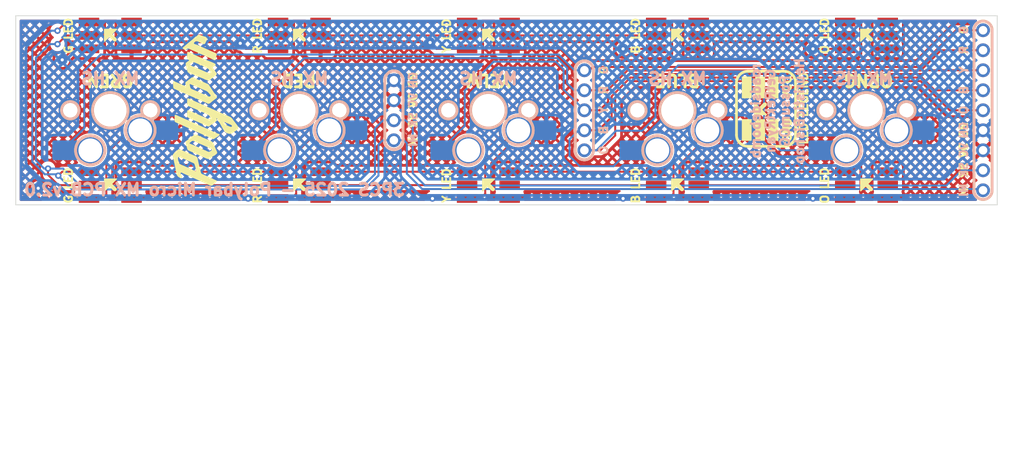
<source format=kicad_pcb>
(kicad_pcb (version 20241229) (generator "pcbnew") (generator_version "9.0")
  (layers (0 "F.Cu" signal) (2 "B.Cu" signal) (13 "F.Paste" user) (15 "B.Paste" user) (5 "F.SilkS" user "F.Silkscreen") (7 "B.SilkS" user "B.Silkscreen") (1 "F.Mask" user) (3 "B.Mask" user) (25 "Edge.Cuts" user))
  (net 0 "")
  (net 1 "GND")
  (net 2 "Green")
  (net 3 "Red")
  (net 4 "Yellow")
  (net 5 "Blue")
  (net 6 "Orange")
  (net 7 "led_mosi")
  (net 8 "led_sck")
  (net 9 "VCC")
  (net 10 "Net-(D1-CO)")
  (net 11 "Net-(D1-DO)")
  (net 12 "Net-(D2-CO)")
  (net 13 "Net-(D2-DO)")
  (net 14 "Net-(D3-CO)")
  (net 15 "Net-(D3-DO)")
  (net 16 "Net-(D4-CO)")
  (net 17 "Net-(D4-DO)")
  (footprint "Controller_Inputs:LED_RGB_5050_DOTSTAR" (layer "F.Cu") (at 98 99.5)
    (property "Reference" "D2" (hide yes))
    (property "Value" "red_fret_led")
  )
  (footprint "" (layer "F.Cu") (at 183.8 95.08)
    (property "Reference" "")
    (property "Value" "")
  )
  (footprint "" (layer "F.Cu") (at 183.8 79.84)
    (property "Reference" "")
    (property "Value" "")
  )
  (footprint "" (layer "F.Cu") (at 109 93.81)
    (property "Reference" "")
    (property "Value" "")
  )
  (footprint "" (layer "F.Cu") (at 109 86.19)
    (property "Reference" "")
    (property "Value" "")
  )
  (footprint "" (layer "F.Cu") (at 183.8 84.92)
    (property "Reference" "")
    (property "Value" "")
  )
  (footprint "" (layer "F.Cu") (at 108 91.27)
    (property "Reference" "")
    (property "Value" "")
  )
  (footprint "" (layer "F.Cu") (at 133.18685 87.46)
    (property "Reference" "")
    (property "Value" "")
  )
  (footprint "" (layer "F.Cu") (at 133.18685 92.54)
    (property "Reference" "")
    (property "Value" "")
  )
  (footprint "Controller_Inputs:LED_RGB_5050_DOTSTAR" (layer "F.Cu") (at 146 99.5)
    (property "Reference" "D4" (hide yes))
    (property "Value" "blue_fret_led")
  )
  (footprint "Controller_Inputs:LED_RGB_5050_DOTSTAR" (layer "F.Cu") (at 98 80.5)
    (property "Reference" "D2" (hide yes))
    (property "Value" "red_fret_led")
  )
  (footprint "Controller_Inputs:LED_RGB_5050_DOTSTAR" (layer "F.Cu") (at 146 80.5)
    (property "Reference" "D4" (hide yes))
    (property "Value" "blue_fret_led")
  )
  (footprint "" (layer "F.Cu") (at 133.18685 95.08)
    (property "Reference" "")
    (property "Value" "")
  )
  (footprint "" (layer "F.Cu") (at 183.8 82.38)
    (property "Reference" "")
    (property "Value" "")
  )
  (footprint "Controller_Inputs:LED_RGB_5050_DOTSTAR" (layer "F.Cu") (at 170 80.5)
    (property "Reference" "D5" (hide yes))
    (property "Value" "orange_fret_led")
  )
  (footprint "Controller_Inputs:LED_RGB_5050_DOTSTAR" (layer "F.Cu") (at 74 80.5)
    (property "Reference" "D1" (hide yes))
    (property "Value" "green_fret_led")
  )
  (footprint "Controller_Inputs:LED_RGB_5050_DOTSTAR" (layer "F.Cu") (at 170 99.5)
    (property "Reference" "D5" (hide yes))
    (property "Value" "orange_fret_led")
  )
  (footprint "" (layer "F.Cu") (at 183.8 92.54)
    (property "Reference" "")
    (property "Value" "")
  )
  (footprint "Controller_Inputs:LED_RGB_5050_DOTSTAR" (layer "F.Cu") (at 122 99.5)
    (property "Reference" "D3" (hide yes))
    (property "Value" "yellow_fret_led")
  )
  (footprint "Controller_Inputs:LED_RGB_5050_DOTSTAR" (layer "F.Cu") (at 122 80.5)
    (property "Reference" "D3" (hide yes))
    (property "Value" "yellow_fret_led")
  )
  (footprint "" (layer "F.Cu") (at 183.8 87.46)
    (property "Reference" "")
    (property "Value" "")
  )
  (footprint "Controller_Inputs:LED_RGB_5050_DOTSTAR" (layer "F.Cu") (at 74 99.5)
    (property "Reference" "D1" (hide yes))
    (property "Value" "green_fret_led")
  )
  (footprint "" (layer "F.Cu") (at 133.18685 84.92)
    (property "Reference" "")
    (property "Value" "")
  )
  (footprint "" (layer "F.Cu") (at 183.8 90)
    (property "Reference" "")
    (property "Value" "")
  )
  (footprint "" (layer "F.Cu") (at 109 88.73)
    (property "Reference" "")
    (property "Value" "")
  )
  (footprint "" (layer "F.Cu") (at 183.8 100.16)
    (property "Reference" "")
    (property "Value" "")
  )
  (footprint "" (layer "F.Cu") (at 182.8 97.62)
    (property "Reference" "")
    (property "Value" "")
  )
  (footprint "" (layer "F.Cu") (at 133.18685 90)
    (property "Reference" "")
    (property "Value" "")
  )
  (footprint "marbastlib-mx:SW_MX_HS_1u" (layer "B.Cu") (at 122 90)
    (property "Reference" "SW5" (hide yes))
    (property "Value" "MX_SW_HS" (hide yes))
  )
  (footprint "marbastlib-mx:SW_MX_HS_1u" (layer "B.Cu") (at 74 90)
    (property "Reference" "SW5" (hide yes))
    (property "Value" "MX_SW_HS" (hide yes))
  )
  (footprint "marbastlib-mx:SW_MX_HS_1u" (layer "B.Cu") (at 98 90)
    (property "Reference" "SW5" (hide yes))
    (property "Value" "MX_SW_HS" (hide yes))
  )
  (footprint "marbastlib-mx:SW_MX_HS_1u" (layer "B.Cu") (at 170 90)
    (property "Reference" "SW5" (hide yes))
    (property "Value" "MX_SW_HS" (hide yes))
  )
  (footprint "marbastlib-mx:SW_MX_HS_1u" (layer "B.Cu") (at 146 90)
    (property "Reference" "SW5" (hide yes))
    (property "Value" "MX_SW_HS" (hide yes))
  )
  (gr_line (start 121.275 98.725) (end 122.775 98.725) (stroke (width 0.12)) (layer "F.SilkS"))
  (gr_poly (pts (xy 73.275 100.225) (xy 73.275 98.725) (xy 74.775 98.725)) (stroke (width 0.12)) (fill yes) (layer "F.SilkS"))
  (gr_line (start 169.9 80.35) (end 170.575 81.025) (stroke (width 0.5)) (layer "F.SilkS"))
  (gr_line (start 154.95 85.05) (end 159.55 85.05) (stroke (width 0.35)) (layer "F.SilkS"))
  (gr_rect (start 157.65 85.8) (end 158.75 88.4) (stroke (width 0.15)) (fill yes) (layer "F.SilkS"))
  (gr_arc (start 154.95 94.5754) (mid 153.924697 94.150705) (end 153.5 93.1254) (stroke (width 0.35)) (layer "F.SilkS"))
  (gr_line (start 73.9 80.35) (end 74.575 81.025) (stroke (width 0.5)) (layer "F.SilkS"))
  (gr_line (start 157.3 90.55) (end 155.8 90.55) (stroke (width 0.12)) (layer "F.SilkS"))
  (gr_line (start 145.275 81.225) (end 145.275 79.725) (stroke (width 0.12)) (layer "F.SilkS"))
  (gr_line (start 161 93.1254) (end 161 86.5) (stroke (width 0.35)) (layer "F.SilkS"))
  (gr_line (start 97.9 80.35) (end 98.575 81.025) (stroke (width 0.5)) (layer "F.SilkS"))
  (gr_line (start 97.275 79.725) (end 98.775 79.725) (stroke (width 0.12)) (layer "F.SilkS"))
  (gr_line (start 185.95 100.18) (end 185.95 79.82) (stroke (width 0.35)) (layer "F.SilkS"))
  (gr_poly (pts (xy 81.934346 95.716837) (xy 81.936117 95.694145) (xy 81.93937 95.671732) (xy 81.944213 95.64962) (xy 81.947264 95.638686) (xy 81.950754 95.627835) (xy 81.954694 95.617072) (xy 81.9591 95.606398) (xy 81.963983 95.595818) (xy 81.969358 95.585334) (xy 81.975238 95.574948) (xy 81.981637 95.564664) (xy 81.988568 95.554485) (xy 81.996044 95.544414) (xy 82.004079 95.534452) (xy 82.012686 95.524605) (xy 82.021878 95.514873) (xy 82.03167 95.505261) (xy 82.042075 95.495771) (xy 82.053106 95.486405) (xy 82.125086 95.425103) (xy 82.195485 95.362103) (xy 82.264767 95.29794) (xy 82.333399 95.23315) (xy 82.470569 95.103824) (xy 82.540038 95.040359) (xy 82.610715 94.978406) (xy 82.619155 94.971945) (xy 82.628749 94.965976) (xy 82.639349 94.960525) (xy 82.650806 94.955616) (xy 82.662972 94.951278) (xy 82.6757 94.947536) (xy 82.68884 94.944415) (xy 82.702245 94.941943) (xy 82.715766 94.940145) (xy 82.729255 94.939048) (xy 82.742563 94.938677) (xy 82.755544 94.939059) (xy 82.768047 94.940221) (xy 82.779926 94.942187) (xy 82.791031 94.944985) (xy 82.801215 94.94864) (xy 83.081508 95.065222) (xy 83.360313 95.184781) (xy 83.916433 95.426874) (xy 84.364902 95.620599) (xy 84.813371 95.815812) (xy 84.842045 95.829111) (xy 84.869283 95.843047) (xy 84.89509 95.857744) (xy 84.919473 95.873328) (xy 84.942438 95.889923) (xy 84.96399 95.907655) (xy 84.984135 95.926649) (xy 85.002879 95.947029) (xy 85.020228 95.96892) (xy 85.036187 95.992449) (xy 85.050763 96.017738) (xy 85.063961 96.044914) (xy 85.075787 96.074102) (xy 85.086246 96.105426) (xy 85.095345 96.139012) (xy 85.10309 96.174984) (xy 85.145704 96.389688) (xy 85.191364 96.603764) (xy 85.289869 97.030498) (xy 85.3947 97.456115) (xy 85.501949 97.881547) (xy 85.505778 97.895875) (xy 85.510534 97.910506) (xy 85.516168 97.925323) (xy 85.522631 97.94021) (xy 85.529872 97.95505) (xy 85.537843 97.969727) (xy 85.546494 97.984126) (xy 85.555776 97.998129) (xy 85.56564 98.01162) (xy 85.576035 98.024484) (xy 85.586912 98.036603) (xy 85.598223 98.047862) (xy 85.609918 98.058144) (xy 85.615893 98.062883) (xy 85.621946 98.067334) (xy 85.628071 98.071482) (xy 85.63426 98.075314) (xy 85.640508 98.078814) (xy 85.646809 98.081969) (xy 86.008275 98.249307) (xy 86.371601 98.413111) (xy 87.099371 98.736812) (xy 87.280198 98.821644) (xy 87.37089 98.863502) (xy 87.41655 98.883803) (xy 87.462513 98.9035) (xy 87.471682 98.907622) (xy 87.480221 98.911802) (xy 87.488138 98.916041) (xy 87.495441 98.92034) (xy 87.50214 98.924698) (xy 87.508243 98.929116) (xy 87.513759 98.933594) (xy 87.518696 98.938133) (xy 87.523063 98.942733) (xy 87.52687 98.947395) (xy 87.530124 98.952118) (xy 87.532835 98.956903) (xy 87.53501 98.961751) (xy 87.53666 98.966662) (xy 87.537792 98.971636) (xy 87.538416 98.976674) (xy 87.538539 98.981775) (xy 87.538172 98.986941) (xy 87.537321 98.992171) (xy 87.535997 98.997467) (xy 87.534208 99.002828) (xy 87.531963 99.008255) (xy 87.52927 99.013747) (xy 87.526138 99.019307) (xy 87.522575 99.024933) (xy 87.518592 99.030626) (xy 87.514195 99.036387) (xy 87.509395 99.042216) (xy 87.504199 99.048113) (xy 87.498616 99.054079) (xy 87.486326 99.066218) (xy 87.232574 99.307072) (xy 87.16838 99.366297) (xy 87.103187 99.424243) (xy 87.036644 99.480468) (xy 87.002758 99.507798) (xy 86.968404 99.534531) (xy 86.962437 99.538682) (xy 86.956086 99.542579) (xy 86.942324 99.549619) (xy 86.9273 99.555665) (xy 86.911198 99.560731) (xy 86.894201 99.564832) (xy 86.876491 99.567982) (xy 86.858252 99.570197) (xy 86.839668 99.57149) (xy 86.82092 99.571876) (xy 86.802193 99.57137) (xy 86.783669 99.569986) (xy 86.765532 99.567738) (xy 86.747965 99.564642) (xy 86.731151 99.560711) (xy 86.715273 99.555961) (xy 86.700513 99.550406) (xy 85.622501 99.074156) (xy 84.84012 98.723222) (xy 84.84012 97.734903) (xy 84.846159 97.734776) (xy 84.851775 97.733957) (xy 84.856979 97.732482) (xy 84.861784 97.730393) (xy 84.866205 97.727726) (xy 84.870254 97.724522) (xy 84.873943 97.720819) (xy 84.877287 97.716656) (xy 84.880297 97.712072) (xy 84.882988 97.707106) (xy 84.885373 97.701796) (xy 84.887463 97.696182) (xy 84.889274 97.690302) (xy 84.892105 97.677901) (xy 84.893971 97.664905) (xy 84.894977 97.651623) (xy 84.895227 97.638368) (xy 84.894826 97.625449) (xy 84.893878 97.613179) (xy 84.892489 97.601868) (xy 84.890762 97.591828) (xy 84.87748 97.526436) (xy 84.863012 97.461231) (xy 84.847474 97.396212) (xy 84.830983 97.331379) (xy 84.813654 97.266731) (xy 84.795605 97.20227) (xy 84.757809 97.073906) (xy 84.750565 97.049181) (xy 84.743581 97.023541) (xy 84.729562 96.970501) (xy 84.722115 96.943597) (xy 84.714102 96.916764) (xy 84.705315 96.890252) (xy 84.695548 96.864306) (xy 84.684596 96.839175) (xy 84.672251 96.815104) (xy 84.665492 96.803544) (xy 84.658308 96.792341) (xy 84.650672 96.781528) (xy 84.64256 96.771134) (xy 84.633944 96.76119) (xy 84.6248 96.751728) (xy 84.615101 96.742779) (xy 84.604822 96.734372) (xy 84.593937 96.72654) (xy 84.58242 96.719313) (xy 84.570245 96.712721) (xy 84.557387 96.706797) (xy 84.325525 96.606121) (xy 84.094036 96.504142) (xy 83.630684 96.3) (xy 83.216446 96.11967) (xy 83.008397 96.03183) (xy 82.799231 95.946781) (xy 82.789487 95.943408) (xy 82.778949 95.940723) (xy 82.767755 95.938719) (xy 82.75604 95.937386) (xy 82.743941 95.936716) (xy 82.731596 95.9367) (xy 82.719139 95.937329) (xy 82.706709 95.938595) (xy 82.694442 95.940489) (xy 82.682474 95.943002) (xy 82.670943 95.946126) (xy 82.659983 95.949851) (xy 82.649733 95.954169) (xy 82.640329 95.959071) (xy 82.635987 95.961739) (xy 82.631908 95.964549) (xy 82.628108 95.967501) (xy 82.624605 95.970594) (xy 82.621535 95.9739) (xy 82.618647 95.977482) (xy 82.615936 95.981328) (xy 82.6134 95.985422) (xy 82.608834 95.994305) (xy 82.604916 96.004018) (xy 82.601615 96.014453) (xy 82.598897 96.025497) (xy 82.596732 96.037042) (xy 82.595087 96.048977) (xy 82.593931 96.06119) (xy 82.593231 96.073572) (xy 82.592955 96.086012) (xy 82.593072 96.0984) (xy 82.593549 96.110625) (xy 82.594355 96.122577) (xy 82.595457 96.134145) (xy 82.596824 96.145219) (xy 82.613629 96.261801) (xy 82.622845 96.320185) (xy 82.633039 96.378383) (xy 82.644534 96.436209) (xy 82.657657 96.493476) (xy 82.672734 96.55) (xy 82.681107 96.577925) (xy 82.69009 96.605594) (xy 82.696039 96.62176) (xy 82.702709 96.638189) (xy 82.710077 96.654768) (xy 82.718119 96.671388) (xy 82.726812 96.687939) (xy 82.736133 96.704309) (xy 82.746059 96.720388) (xy 82.756566 96.736066) (xy 82.767631 96.751233) (xy 82.779231 96.765778) (xy 82.791343 96.77959) (xy 82.803943 96.792559) (xy 82.817008 96.804575) (xy 82.830515 96.815527) (xy 82.837427 96.820569) (xy 82.84444 96.825304) (xy 82.851553 96.829718) (xy 82.858761 96.833797) (xy 82.928009 96.870438) (xy 82.998629 96.9048) (xy 83.070318 96.937395) (xy 83.142775 96.968734) (xy 83.288782 97.029692) (xy 83.361727 97.060333) (xy 83.43423 97.091765) (xy 83.793154 97.252748) (xy 84.15059 97.415218) (xy 84.233205 97.455146) (xy 84.315913 97.496888) (xy 84.48198 97.581906) (xy 84.565525 97.623229) (xy 84.649535 97.662459) (xy 84.734104 97.69862) (xy 84.776627 97.715244) (xy 84.819324 97.730734) (xy 84.826715 97.73292) (xy 84.833643 97.734297) (xy 84.84012 97.734903) (xy 84.84012 98.723222) (xy 84.547466 98.591953) (xy 83.767607 98.242703) (xy 83.372716 98.066093) (xy 83.332122 98.047563) (xy 83.292039 98.027987) (xy 83.212478 97.987462) (xy 83.172534 97.967398) (xy 83.132172 97.948054) (xy 83.091159 97.929873) (xy 83.070336 97.921356) (xy 83.049262 97.913296) (xy 83.046636 97.912204) (xy 83.043968 97.911165) (xy 83.041266 97.910183) (xy 83.038535 97.909266) (xy 83.03578 97.908418) (xy 83.033008 97.907646) (xy 83.030224 97.906955) (xy 83.027434 97.906351) (xy 83.024645 97.90584) (xy 83.021861 97.905429) (xy 83.019089 97.905122) (xy 83.016334 97.904925) (xy 83.013603 97.904844) (xy 83.0109 97.904886) (xy 83.008233 97.905056) (xy 83.005606 97.905359) (xy 82.985733 97.910279) (xy 82.969499 97.917858) (xy 82.956683 97.927932) (xy 82.947063 97.940334) (xy 82.940418 97.954898) (xy 82.936528 97.97146) (xy 82.935169 97.989852) (xy 82.936122 98.009911) (xy 82.939165 98.031469) (xy 82.944077 98.054361) (xy 82.958621 98.103486) (xy 82.977984 98.15596) (xy 83.000397 98.210457) (xy 83.04729 98.320217) (xy 83.068229 98.37283) (xy 83.085136 98.422165) (xy 83.091525 98.445188) (xy 83.096242 98.466894) (xy 83.099065 98.487118) (xy 83.099775 98.505694) (xy 83.098149 98.522456) (xy 83.093966 98.537239) (xy 83.087004 98.549876) (xy 83.077044 98.560203) (xy 83.073649 98.56267) (xy 83.070168 98.564873) (xy 83.066605 98.566826) (xy 83.062967 98.568543) (xy 83.059259 98.57004) (xy 83.055487 98.57133) (xy 83.051657 98.572428) (xy 83.047774 98.573349) (xy 83.043845 98.574107) (xy 83.039875 98.574717) (xy 83.035871 98.575193) (xy 83.031837 98.575551) (xy 83.02778 98.575803) (xy 83.023706 98.575965) (xy 83.015528 98.576078) (xy 82.992049 98.576313) (xy 82.968523 98.575539) (xy 82.944997 98.573771) (xy 82.921518 98.571024) (xy 82.898132 98.567311) (xy 82.874885 98.562648) (xy 82.851824 98.557049) (xy 82.828996 98.550529) (xy 82.806447 98.543101) (xy 82.784224 98.534782) (xy 82.762372 98.525584) (xy 82.74094 98.515523) (xy 82.719972 98.504613) (xy 82.699516 98.49287) (xy 82.679618 98.480306) (xy 82.660325 98.466937) (xy 82.631415 98.444886) (xy 82.604196 98.421219) (xy 82.578641 98.39604) (xy 82.554719 98.369455) (xy 82.532401 98.341567) (xy 82.511659 98.312481) (xy 82.492464 98.282303) (xy 82.474786 98.251136) (xy 82.458596 98.219086) (xy 82.443865 98.186256) (xy 82.430565 98.152753) (xy 82.418665 98.118679) (xy 82.408138 98.084141) (xy 82.398953 98.049242) (xy 82.391082 98.014087) (xy 82.384497 97.978781) (xy 82.340251 97.733555) (xy 82.293959 97.488888) (xy 82.245807 97.244593) (xy 82.195981 97.000484) (xy 82.133163 96.70906) (xy 82.068484 96.417822) (xy 82.00455 96.126212) (xy 81.943965 95.833671) (xy 81.939936 95.809933) (xy 81.936853 95.786356) (xy 81.934822 95.762966) (xy 81.93395 95.739786)) (stroke (width -0.000001)) (fill yes) (layer "F.SilkS"))
  (gr_line (start 73.275 81.225) (end 73.275 79.725) (stroke (width 0.12)) (layer "F.SilkS"))
  (gr_line (start 97.275 100.225) (end 97.275 98.725) (stroke (width 0.12)) (layer "F.SilkS"))
  (gr_arc (start 133.03 84.9) (mid 134.18 83.75) (end 135.33 84.9) (stroke (width 0.35)) (layer "F.SilkS"))
  (gr_line (start 97.275 81.225) (end 97.275 79.725) (stroke (width 0.12)) (layer "F.SilkS"))
  (gr_poly (pts (xy 169.275 100.225) (xy 169.275 98.725) (xy 170.775 98.725)) (stroke (width 0.12)) (fill yes) (layer "F.SilkS"))
  (gr_poly (pts (xy 83.569106 84.080445) (xy 83.570006 84.068623) (xy 83.571592 84.056917) (xy 83.573924 84.045345) (xy 83.577065 84.033925) (xy 83.581075 84.022672) (xy 83.585903 84.011739) (xy 83.591423 84.001247) (xy 83.597583 83.991174) (xy 83.604329 83.981496) (xy 83.611611 83.97219) (xy 83.619375 83.963234) (xy 83.627569 83.954602) (xy 83.636142 83.946273) (xy 83.645039 83.938223) (xy 83.65421 83.930429) (xy 83.663602 83.922868) (xy 83.673163 83.915515) (xy 83.69258 83.901346) (xy 83.712044 83.887734) (xy 83.962075 83.715092) (xy 83.970303 83.709031) (xy 83.974393 83.705902) (xy 83.978415 83.702691) (xy 83.982333 83.699387) (xy 83.986109 83.695979) (xy 83.989704 83.692454) (xy 83.993081 83.688801) (xy 83.996203 83.685008) (xy 83.99903 83.681065) (xy 84.000322 83.679033) (xy 84.001527 83.676958) (xy 84.002639 83.674841) (xy 84.003654 83.672678) (xy 84.004567 83.670468) (xy 84.005374 83.668211) (xy 84.00607 83.665904) (xy 84.00665 83.663546) (xy 84.007109 83.661136) (xy 84.007443 83.658672) (xy 84.007647 83.656153) (xy 84.007716 83.653578) (xy 84.007549 83.649757) (xy 84.00706 83.646105) (xy 84.006261 83.642615) (xy 84.005165 83.63928) (xy 84.003788 83.636096) (xy 84.002143 83.633055) (xy 84.000244 83.630151) (xy 83.998104 83.627378) (xy 83.995737 83.624731) (xy 83.993157 83.622202) (xy 83.990378 83.619786) (xy 83.987414 83.617476) (xy 83.980985 83.613151) (xy 83.973981 83.609178) (xy 83.966511 83.605507) (xy 83.958687 83.602089) (xy 83.942417 83.595814) (xy 83.926054 83.589958) (xy 83.910481 83.584125) (xy 83.898689 83.57931) (xy 83.887486 83.573813) (xy 83.876859 83.567663) (xy 83.866794 83.560886) (xy 83.857274 83.55351) (xy 83.848287 83.545563) (xy 83.839817 83.537073) (xy 83.83185 83.528066) (xy 83.824371 83.518571) (xy 83.817366 83.508616) (xy 83.80472 83.487433) (xy 83.793794 83.464739) (xy 83.784473 83.440754) (xy 83.77664 83.415699) (xy 83.770179 83.389795) (xy 83.764974 83.363264) (xy 83.760908 83.336326) (xy 83.757866 83.309201) (xy 83.75573 83.282112) (xy 83.754385 83.255278) (xy 83.753715 83.228922) (xy 83.753343 83.097953) (xy 83.755203 82.966984) (xy 83.759296 82.836015) (xy 83.765621 82.705047) (xy 83.767606 82.66536) (xy 83.768478 82.654051) (xy 83.769049 82.648329) (xy 83.769746 82.642601) (xy 83.770593 82.636897) (xy 83.771618 82.631245) (xy 83.772846 82.625675) (xy 83.774304 82.620215) (xy 83.776017 82.614894) (xy 83.778013 82.609742) (xy 83.780316 82.604788) (xy 83.781592 82.602394) (xy 83.782954 82.600061) (xy 83.784407 82.597791) (xy 83.785953 82.595589) (xy 83.787595 82.593458) (xy 83.789338 82.591402) (xy 83.791183 82.589425) (xy 83.793135 82.58753) (xy 83.795197 82.58572) (xy 83.797372 82.584) (xy 83.800016 82.582057) (xy 83.802738 82.580317) (xy 83.805534 82.578773) (xy 83.808398 82.577419) (xy 83.811329 82.576248) (xy 83.81432 82.575253) (xy 83.817369 82.574429) (xy 83.820471 82.573768) (xy 83.823623 82.573264) (xy 83.82682 82.57291) (xy 83.833335 82.572628) (xy 83.839983 82.572869) (xy 83.846733 82.573582) (xy 83.853553 82.574712) (xy 83.860411 82.576209) (xy 83.867274 82.57802) (xy 83.874111 82.580093) (xy 83.88089 82.582374) (xy 83.887579 82.584813) (xy 83.900559 82.589952) (xy 84.183488 82.712891) (xy 84.46437 82.839736) (xy 85.023715 83.099937) (xy 85.291731 83.224642) (xy 85.56049 83.347487) (xy 85.830737 83.466612) (xy 85.966651 83.524197) (xy 86.103216 83.580155) (xy 86.369557 83.684862) (xy 86.637013 83.788266) (xy 86.770346 83.841166) (xy 86.902981 83.895764) (xy 87.034593 83.952733) (xy 87.164856 84.012749) (xy 87.197734 84.028527) (xy 87.214567 84.037153) (xy 87.231426 84.046328) (xy 87.248134 84.056096) (xy 87.264513 84.066501) (xy 87.280387 84.077586) (xy 87.295577 84.089395) (xy 87.309907 84.101971) (xy 87.316694 84.108561) (xy 87.3232 84.115359) (xy 87.329401 84.12237) (xy 87.335277 84.129601) (xy 87.340805 84.137056) (xy 87.345962 84.144741) (xy 87.350727 84.152661) (xy 87.355077 84.160823) (xy 87.358991 84.16923) (xy 87.362445 84.17789) (xy 87.365419 84.186807) (xy 87.367889 84.195986) (xy 87.369834 84.205434) (xy 87.371232 84.215155) (xy 87.371766 84.224347) (xy 87.371535 84.233323) (xy 87.370572 84.242089) (xy 87.368914 84.250649) (xy 87.366595 84.259008) (xy 87.363653 84.267172) (xy 87.360122 84.275145) (xy 87.356038 84.282934) (xy 87.351437 84.290542) (xy 87.346354 84.297974) (xy 87.340824 84.305237) (xy 87.334884 84.312335) (xy 87.321915 84.326056) (xy 87.307731 84.339178) (xy 87.292616 84.351742) (xy 87.276857 84.363789) (xy 87.260737 84.375359) (xy 87.244541 84.386493) (xy 87.213063 84.407616) (xy 87.1847 84.427483) (xy 87.149199 84.452629) (xy 87.118739 84.474539) (xy 87.085234 84.499169) (xy 87.052751 84.523893) (xy 87.038165 84.535468) (xy 87.025361 84.546081) (xy 87.014848 84.555404) (xy 87.007134 84.563108) (xy 87.004486 84.56625) (xy 87.002728 84.568864) (xy 87.001924 84.570909) (xy 87.002138 84.572344) (xy 87.454575 85.231156) (xy 87.466508 85.249119) (xy 87.478232 85.267339) (xy 87.483892 85.276567) (xy 87.489351 85.285884) (xy 87.494561 85.295301) (xy 87.499471 85.304825) (xy 87.504032 85.314465) (xy 87.508195 85.324231) (xy 87.51191 85.33413) (xy 87.515129 85.344171) (xy 87.5178 85.354364) (xy 87.519876 85.364717) (xy 87.521307 85.375238) (xy 87.522043 85.385937) (xy 87.521976 85.394803) (xy 87.521415 85.403542) (xy 87.520378 85.412155) (xy 87.518881 85.420644) (xy 87.516942 85.429009) (xy 87.514579 85.437252) (xy 87.511808 85.445373) (xy 87.508649 85.453374) (xy 87.505117 85.461256) (xy 87.501231 85.46902) (xy 87.497007 85.476667) (xy 87.492464 85.484198) (xy 87.482488 85.498916) (xy 87.471442 85.513185) (xy 87.459466 85.527011) (xy 87.446699 85.540404) (xy 87.433282 85.553372) (xy 87.419352 85.565925) (xy 87.405051 85.578072) (xy 87.390517 85.589819) (xy 87.36131 85.612155) (xy 86.64495 86.141982) (xy 86.626149 86.156148) (xy 86.606906 86.170105) (xy 86.597097 86.176881) (xy 86.587151 86.183457) (xy 86.57706 86.189783) (xy 86.566979 86.195712) (xy 86.566979 85.293968) (xy 86.581108 85.293478) (xy 86.595202 85.291989) (xy 86.609234 85.289424) (xy 86.62318 85.285708) (xy 86.630111 85.283395) (xy 86.637012 85.280766) (xy 86.647176 85.276239) (xy 86.657492 85.270879) (xy 86.66783 85.264733) (xy 86.678064 85.257852) (xy 86.688066 85.250286) (xy 86.697707 85.242082) (xy 86.70686 85.233292) (xy 86.715396 85.223963) (xy 86.723188 85.214146) (xy 86.726765 85.20907) (xy 86.730108 85.203891) (xy 86.733201 85.198614) (xy 86.736029 85.193246) (xy 86.738574 85.187792) (xy 86.740821 85.18226) (xy 86.742754 85.176656) (xy 86.744358 85.170984) (xy 86.745615 85.165253) (xy 86.746511 85.159467) (xy 86.747028 85.153633) (xy 86.747152 85.147758) (xy 86.746866 85.141847) (xy 86.746154 85.135906) (xy 86.745182 85.128906) (xy 86.743774 85.122043) (xy 86.741959 85.115313) (xy 86.739766 85.108715) (xy 86.737225 85.102244) (xy 86.734363 85.095898) (xy 86.731211 85.089674) (xy 86.727798 85.083569) (xy 86.724152 85.07758) (xy 86.720302 85.071705) (xy 86.716278 85.06594) (xy 86.712109 85.060283) (xy 86.707823 85.054731) (xy 86.70345 85.04928) (xy 86.69456 85.038672) (xy 86.662158 84.999945) (xy 86.630315 84.961033) (xy 86.598844 84.921749) (xy 86.567559 84.881906) (xy 86.541103 84.848672) (xy 86.513671 84.816206) (xy 86.499515 84.800384) (xy 86.485029 84.784902) (xy 86.470182 84.769809) (xy 86.454945 84.755156) (xy 86.43929 84.74099) (xy 86.423187 84.727363) (xy 86.406608 84.714323) (xy 86.389523 84.701919) (xy 86.371903 84.690201) (xy 86.353719 84.679219) (xy 86.334942 84.669022) (xy 86.315543 84.659659) (xy 86.111908 84.556452) (xy 85.90611 84.457594) (xy 85.698592 84.362224) (xy 85.489794 84.269482) (xy 84.650652 83.907581) (xy 84.64255 83.904375) (xy 84.633929 83.901472) (xy 84.624871 83.898895) (xy 84.615461 83.896666) (xy 84.605784 83.89481) (xy 84.595924 83.893349) (xy 84.585964 83.892306) (xy 84.575991 83.891705) (xy 84.566087 83.89157) (xy 84.556337 83.891923) (xy 84.546825 83.892787) (xy 84.537636 83.894186) (xy 84.528854 83.896143) (xy 84.520563 83.898682) (xy 84.512848 83.901825) (xy 84.509233 83.903631) (xy 84.505793 83.905596) (xy 84.472485 83.926529) (xy 84.439502 83.947671) (xy 84.406799 83.969045) (xy 84.374328 83.990676) (xy 84.309898 84.034797) (xy 84.24584 84.08022) (xy 84.236802 84.086416) (xy 84.227578 84.092394) (xy 84.208757 84.10394) (xy 84.18975 84.115346) (xy 84.17093 84.127101) (xy 84.161705 84.133262) (xy 84.152667 84.139694) (xy 84.143861 84.146456) (xy 84.135335 84.153611) (xy 84.127134 84.16122) (xy 84.119305 84.169343) (xy 84.111894 84.178042) (xy 84.108361 84.182626) (xy 84.104949 84.187377) (xy 84.100582 84.196475) (xy 84.099269 84.205888) (xy 84.100831 84.21558) (xy 84.105088 84.225518) (xy 84.111863 84.235666) (xy 84.120977 84.245991) (xy 84.13225 84.256457) (xy 84.145505 84.267031) (xy 84.177241 84.288362) (xy 84.214756 84.309707) (xy 84.25662 84.33079) (xy 84.301402 84.351336) (xy 84.394001 84.38971) (xy 84.481112 84.422618) (xy 84.593105 84.463204) (xy 84.911597 84.597398) (xy 85.230089 84.73308) (xy 85.824162 84.991793) (xy 86.416746 85.254969) (xy 86.44257 85.265844) (xy 86.455835 85.270953) (xy 86.469301 85.275743) (xy 86.482941 85.280137) (xy 86.49673 85.28406) (xy 86.51064 85.287437) (xy 86.524647 85.290192) (xy 86.538723 85.292249) (xy 86.552842 85.293532) (xy 86.566979 85.293968) (xy 86.566979 86.195712) (xy 86.566815 86.195809) (xy 86.556408 86.201486) (xy 86.545828 86.206766) (xy 86.535069 86.211597) (xy 86.524121 86.215932) (xy 86.512975 86.21972) (xy 86.501622 86.222912) (xy 86.490055 86.225459) (xy 86.478263 86.227311) (xy 86.465986 86.228761) (xy 86.453714 86.229427) (xy 86.441454 86.22936) (xy 86.429212 86.228613) (xy 86.416993 86.227238) (xy 86.404802 86.225288) (xy 86.392647 86.222814) (xy 86.380532 86.219869) (xy 86.368464 86.216506) (xy 86.356448 86.212776) (xy 86.34449 86.208733) (xy 86.332597 86.204428) (xy 86.309025 86.195243) (xy 86.285778 86.185639) (xy 83.956122 85.237108) (xy 83.939037 85.230287) (xy 83.922139 85.223094) (xy 83.913818 85.2193) (xy 83.905613 85.215343) (xy 83.897548 85.2112) (xy 83.889645 85.206847) (xy 83.881929 85.202263) (xy 83.874421 85.197422) (xy 83.867147 85.192302) (xy 83.860128 85.18688) (xy 83.853388 85.181132) (xy 83.84695 85.175036) (xy 83.840838 85.168567) (xy 83.835075 85.161703) (xy 83.83042 85.155636) (xy 83.826114 85.149355) (xy 83.822134 85.142875) (xy 83.818456 85.136216) (xy 83.815057 85.129394) (xy 83.811914 85.122426) (xy 83.809003 85.11533) (xy 83.806301 85.108124) (xy 83.803786 85.100825) (xy 83.801433 85.093451) (xy 83.797124 85.078545) (xy 83.793186 85.063546) (xy 83.789434 85.048594) (xy 83.587028 84.213172) (xy 83.581808 84.189197) (xy 83.576889 84.164989) (xy 83.574696 84.152841) (xy 83.572762 84.140688) (xy 83.571147 84.128546) (xy 83.569913 84.116434) (xy 83.569121 84.104368) (xy 83.568832 84.092365)) (stroke (width -0.000001)) (fill yes) (layer "F.SilkS"))
  (gr_poly (pts (xy 83.747265 90.446093) (xy 83.751001 90.345719) (xy 83.756691 90.245113) (xy 83.762752 90.144786) (xy 83.767604 90.045249) (xy 83.767993 90.043502) (xy 83.769132 90.04162) (xy 83.770981 90.03962) (xy 83.773499 90.037517) (xy 83.780384 90.033071) (xy 83.789464 90.028413) (xy 83.800415 90.023674) (xy 83.812916 90.018984) (xy 83.826643 90.014474) (xy 83.841274 90.010275) (xy 83.856487 90.006518) (xy 83.871959 90.003334) (xy 83.887366 90.000853) (xy 83.902387 89.999206) (xy 83.916699 89.998524) (xy 83.929979 89.998939) (xy 83.936131 89.999598) (xy 83.941904 90.000579) (xy 83.947258 90.001901) (xy 83.952152 90.003578) (xy 84.232413 90.121989) (xy 84.511001 90.243935) (xy 85.065386 90.491734) (xy 85.776536 90.809978) (xy 86.131646 90.970309) (xy 86.486197 91.132686) (xy 86.499688 91.138523) (xy 86.512641 91.143409) (xy 86.525076 91.147378) (xy 86.537012 91.150468) (xy 86.54847 91.152716) (xy 86.559471 91.154156) (xy 86.570033 91.154827) (xy 86.580176 91.154763) (xy 86.589922 91.154002) (xy 86.599289 91.152579) (xy 86.608298 91.150531) (xy 86.616969 91.147895) (xy 86.625321 91.144707) (xy 86.633375 91.141002) (xy 86.641151 91.136818) (xy 86.648668 91.132191) (xy 86.655947 91.127157) (xy 86.663008 91.121752) (xy 86.676554 91.109975) (xy 86.689467 91.097152) (xy 86.701905 91.083574) (xy 86.750119 91.027515) (xy 86.738825 90.989653) (xy 86.726183 90.953421) (xy 86.71224 90.918763) (xy 86.697041 90.885621) (xy 86.680635 90.85394) (xy 86.663068 90.823663) (xy 86.644387 90.794734) (xy 86.624639 90.767097) (xy 86.60387 90.740695) (xy 86.582128 90.715473) (xy 86.55946 90.691373) (xy 86.535912 90.668339) (xy 86.486364 90.625247) (xy 86.43386 90.585744) (xy 86.378775 90.54938) (xy 86.321484 90.515705) (xy 86.262361 90.484269) (xy 86.201782 90.45462) (xy 86.077754 90.398883) (xy 85.952402 90.34489) (xy 84.458168 89.692031) (xy 84.387889 89.662002) (xy 84.317122 89.632624) (xy 84.175146 89.573961) (xy 84.104449 89.543746) (xy 84.034286 89.512321) (xy 83.964915 89.479222) (xy 83.896589 89.443984) (xy 83.884719 89.436587) (xy 83.872971 89.427872) (xy 83.86142 89.417966) (xy 83.850143 89.406994) (xy 83.839214 89.395079) (xy 83.82871 89.382348) (xy 83.818706 89.368925) (xy 83.809277 89.354935) (xy 83.8005 89.340503) (xy 83.792449 89.325754) (xy 83.7852 89.310814) (xy 83.778829 89.295806) (xy 83.773412 89.280857) (xy 83.769024 89.266091) (xy 83.76574 89.251633) (xy 83.763636 89.237608) (xy 83.757602 89.166655) (xy 83.754056 89.09526) (xy 83.752509 89.02354) (xy 83.752475 88.95161) (xy 83.757684 88.664124) (xy 83.758807 88.632912) (xy 83.759941 88.618448) (xy 83.761463 88.604741) (xy 83.763379 88.591786) (xy 83.765694 88.57958) (xy 83.768414 88.568121) (xy 83.771544 88.557403) (xy 83.775089 88.547423) (xy 83.779056 88.538178) (xy 83.78345 88.529664) (xy 83.788275 88.521878) (xy 83.793538 88.514815) (xy 83.799244 88.508473) (xy 83.805398 88.502847) (xy 83.812007 88.497934) (xy 83.819074 88.49373) (xy 83.826606 88.490232) (xy 83.834608 88.487436) (xy 83.843086 88.485338) (xy 83.852045 88.483935) (xy 83.861491 88.483223) (xy 83.871428 88.483198) (xy 83.881863 88.483858) (xy 83.892801 88.485197) (xy 83.904247 88.487213) (xy 83.916207 88.489902) (xy 83.928687 88.49326) (xy 83.94169 88.497284) (xy 83.955225 88.50197) (xy 83.983905 88.513314) (xy 84.648421 88.804521) (xy 85.311451 89.098704) (xy 85.418948 89.147477) (xy 85.527004 89.195691) (xy 85.744045 89.291189) (xy 87.881216 90.253611) (xy 87.91578 90.269633) (xy 87.950855 90.28505) (xy 88.02161 90.31463) (xy 88.091622 90.343465) (xy 88.125767 90.357953) (xy 88.159029 90.372673) (xy 88.2929 90.432444) (xy 88.427818 90.490309) (xy 88.699026 90.603852) (xy 88.834433 90.661298) (xy 88.969119 90.720372) (xy 89.102642 90.781958) (xy 89.23456 90.846938) (xy 89.265131 90.863472) (xy 89.294397 90.881727) (xy 89.322449 90.901563) (xy 89.349375 90.92284) (xy 89.375266 90.94542) (xy 89.400212 90.969163) (xy 89.424304 90.993929) (xy 89.447632 91.019579) (xy 89.470285 91.045972) (xy 89.492354 91.072971) (xy 89.535099 91.128223) (xy 89.617544 91.239845) (xy 90.054106 91.813329) (xy 90.095064 91.867535) (xy 90.136953 91.924392) (xy 90.157258 91.953771) (xy 90.17661 91.98376) (xy 90.194613 92.014342) (xy 90.210871 92.0455) (xy 90.224991 92.077217) (xy 90.236575 92.109473) (xy 90.241293 92.125799) (xy 90.24523 92.142253) (xy 90.248335 92.158834) (xy 90.250559 92.175539) (xy 90.251853 92.192366) (xy 90.252167 92.209313) (xy 90.251453 92.226378) (xy 90.24966 92.243558) (xy 90.246739 92.260852) (xy 90.242641 92.278257) (xy 90.237316 92.295771) (xy 90.230715 92.313391) (xy 90.226834 92.322601) (xy 90.222642 92.33163) (xy 90.218153 92.340485) (xy 90.213383 92.349172) (xy 90.208345 92.357696) (xy 90.203054 92.366063) (xy 90.197525 92.374278) (xy 90.191772 92.382348) (xy 90.18581 92.390279) (xy 90.179652 92.398076) (xy 90.173315 92.405745) (xy 90.166812 92.413292) (xy 90.160158 92.420723) (xy 90.153367 92.428044) (xy 90.139434 92.442376) (xy 90.116726 92.464643) (xy 90.093298 92.486098) (xy 90.069218 92.506815) (xy 90.044556 92.526867) (xy 90.019383 92.546325) (xy 89.993769 92.565264) (xy 89.941493 92.60187) (xy 89.728669 92.742016) (xy 89.680427 92.775177) (xy 89.632209 92.807501) (xy 89.583666 92.838708) (xy 89.534448 92.86852) (xy 89.484207 92.896658) (xy 89.458593 92.910012) (xy 89.432593 92.922842) (xy 89.406163 92.935115) (xy 89.379259 92.946794) (xy 89.351838 92.957846) (xy 89.323855 92.968235) (xy 89.317624 92.970257) (xy 89.317624 92.100039) (xy 89.328151 92.09977) (xy 89.338658 92.098888) (xy 89.349136 92.097348) (xy 89.359575 92.095109) (xy 89.368633 92.09263) (xy 89.3772 92.089677) (xy 89.385278 92.086273) (xy 89.392864 92.082443) (xy 89.399957 92.078212) (xy 89.406556 92.073604) (xy 89.41266 92.068645) (xy 89.418269 92.063358) (xy 89.42338 92.05777) (xy 89.427993 92.051904) (xy 89.432107 92.045785) (xy 89.435721 92.039437) (xy 89.438833 92.032887) (xy 89.441443 92.026157) (xy 89.443549 92.019274) (xy 89.445151 92.012261) (xy 89.446246 92.005143) (xy 89.446835 91.997946) (xy 89.446916 91.990693) (xy 89.446488 91.98341) (xy 89.445549 91.976121) (xy 89.4441 91.968851) (xy 89.442138 91.961624) (xy 89.439663 91.954466) (xy 89.436673 91.947401) (xy 89.433167 91.940453) (xy 89.429145 91.933648) (xy 89.424605 91.92701) (xy 89.419547 91.920564) (xy 89.413968 91.914335) (xy 89.407868 91.908346) (xy 89.401246 91.902624) (xy 89.383138 91.889974) (xy 89.378437 91.88687) (xy 89.376044 91.885374) (xy 89.373619 91.883928) (xy 89.37116 91.88254) (xy 89.368662 91.881219) (xy 89.366124 91.879973) (xy 89.363542 91.878812) (xy 89.300771 91.847252) (xy 89.237535 91.816459) (xy 89.110039 91.756525) (xy 88.853559 91.638703) (xy 88.585669 91.513687) (xy 88.572601 91.508037) (xy 88.56054 91.503342) (xy 88.549457 91.49957) (xy 88.539326 91.496688) (xy 88.530118 91.494664) (xy 88.521804 91.493465) (xy 88.514358 91.493057) (xy 88.50775 91.493409) (xy 88.501954 91.494488) (xy 88.49694 91.496261) (xy 88.492682 91.498695) (xy 88.489151 91.501758) (xy 88.486319 91.505416) (xy 88.484157 91.509638) (xy 88.482639 91.51439) (xy 88.481737 91.51964) (xy 88.481421 91.525356) (xy 88.481665 91.531503) (xy 88.482439 91.53805) (xy 88.483717 91.544964) (xy 88.487671 91.559763) (xy 88.493302 91.575637) (xy 88.500387 91.592325) (xy 88.508701 91.609565) (xy 88.51802 91.627096) (xy 88.528122 91.644656) (xy 88.555797 91.686465) (xy 88.586556 91.725658) (xy 88.620135 91.762364) (xy 88.656269 91.796708) (xy 88.694693 91.828821) (xy 88.735144 91.858829) (xy 88.777356 91.88686) (xy 88.821065 91.913043) (xy 88.866007 91.937504) (xy 88.911916 91.960373) (xy 88.958529 91.981777) (xy 89.005581 92.001844) (xy 89.099944 92.038477) (xy 89.192888 92.071296) (xy 89.213154 92.078587) (xy 89.233722 92.085342) (xy 89.244098 92.08841) (xy 89.254523 92.091214) (xy 89.264989 92.093709) (xy 89.275487 92.095853) (xy 89.286008 92.097601) (xy 89.296544 92.098911) (xy 89.307086 92.099738) (xy 89.317624 92.100039) (xy 89.317624 92.970257) (xy 89.306718 92.973797) (xy 89.289539 92.978592) (xy 89.25508 92.985978) (xy 89.220523 92.990586) (xy 89.18591 92.992606) (xy 89.151286 92.992231) (xy 89.116693 92.989653) (xy 89.082176 92.985063) (xy 89.047779 92.978653) (xy 89.013544 92.970616) (xy 88.979515 92.961143) (xy 88.945737 92.950425) (xy 88.912252 92.938656) (xy 88.879105 92.926025) (xy 88.846338 92.912727) (xy 88.782121 92.884891) (xy 88.73832 92.863516) (xy 88.697556 92.84039) (xy 88.659612 92.815625) (xy 88.62427 92.789331) (xy 88.591311 92.761619) (xy 88.560518 92.732598) (xy 88.531672 92.70238) (xy 88.504556 92.671075) (xy 88.478952 92.638793) (xy 88.454641 92.605645) (xy 88.431405 92.571741) (xy 88.409027 92.537192) (xy 88.365972 92.466599) (xy 88.323731 92.394751) (xy 88.147711 92.088041) (xy 87.975225 91.779098) (xy 87.631184 91.160469) (xy 87.624631 91.149812) (xy 87.617642 91.139393) (xy 87.610246 91.129172) (xy 87.602473 91.119107) (xy 87.59435 91.109159) (xy 87.585908 91.099287) (xy 87.56818 91.079606) (xy 87.530167 91.03936) (xy 87.510347 91.018144) (xy 87.490295 90.995766) (xy 87.487717 91.001883) (xy 87.485205 91.007591) (xy 87.482782 91.012897) (xy 87.480465 91.017811) (xy 87.472683 91.033717) (xy 87.47121 91.0368) (xy 87.469966 91.039542) (xy 87.468972 91.041953) (xy 87.468575 91.043038) (xy 87.468249 91.044042) (xy 87.467995 91.044968) (xy 87.467816 91.045817) (xy 87.467715 91.046589) (xy 87.467694 91.047286) (xy 87.467756 91.047909) (xy 87.467904 91.048459) (xy 87.468139 91.048937) (xy 87.468465 91.049344) (xy 87.478791 91.063122) (xy 87.488844 91.077618) (xy 87.498489 91.092759) (xy 87.507594 91.108472) (xy 87.516025 91.124686) (xy 87.523648 91.141327) (xy 87.530329 91.158322) (xy 87.535934 91.1756) (xy 87.54033 91.193087) (xy 87.543383 91.21071) (xy 87.54496 91.228398) (xy 87.545153 91.237243) (xy 87.544926 91.246076) (xy 87.544264 91.25489) (xy 87.543148 91.263674) (xy 87.541564 91.272419) (xy 87.539493 91.281117) (xy 87.536919 91.289758) (xy 87.533825 91.298333) (xy 87.530196 91.306834) (xy 87.526013 91.31525) (xy 87.520927 91.324303) (xy 87.515366 91.332881) (xy 87.50937 91.341024) (xy 87.502976 91.348768) (xy 87.496221 91.356151) (xy 87.489144 91.363213) (xy 87.481781 91.369989) (xy 87.474172 91.376518) (xy 87.466353 91.382838) (xy 87.458363 91.388986) (xy 87.442019 91.400919) (xy 87.408936 91.424391) (xy 87.260107 91.531547) (xy 87.108054 91.641432) (xy 87.031563 91.695909) (xy 86.954514 91.749828) (xy 86.684638 91.940328) (xy 86.628579 91.981473) (xy 86.599526 92.002034) (xy 86.584663 92.011772) (xy 86.569543 92.020944) (xy 86.554145 92.029394) (xy 86.538445 92.03697) (xy 86.522419 92.043516) (xy 86.506044 92.04888) (xy 86.497718 92.05107) (xy 86.489297 92.052906) (xy 86.480777 92.05437) (xy 86.472155 92.055441) (xy 86.463428 92.056102) (xy 86.454594 92.056331) (xy 86.445649 92.056111) (xy 86.436591 92.055422) (xy 86.429928 92.054732) (xy 86.423332 92.053788) (xy 86.410329 92.051186) (xy 86.397559 92.047718) (xy 86.384998 92.043485) (xy 86.372622 92.038589) (xy 86.36041 92.033133) (xy 86.348337 92.027217) (xy 86.33638 92.020943) (xy 86.312723 92.007731) (xy 86.289251 91.994309) (xy 86.265779 91.981492) (xy 86.253985 91.975565) (xy 86.242122 91.970094) (xy 85.970262 91.854999) (xy 85.408683 91.610921) (xy 84.847353 91.366595) (xy 84.287511 91.120781) (xy 84.277097 91.115657) (xy 84.266706 91.110673) (xy 84.246087 91.100937) (xy 84.225841 91.091201) (xy 84.215915 91.086217) (xy 84.206152 91.081094) (xy 84.177206 91.06647) (xy 84.146481 91.052289) (xy 84.081509 91.024787) (xy 84.014862 90.997656) (xy 83.982044 90.98394) (xy 83.950168 90.969968) (xy 83.919687 90.955624) (xy 83.891055 90.940792) (xy 83.864725 90.925354) (xy 83.852565 90.917373) (xy 83.841151 90.909197) (xy 83.830539 90.900811) (xy 83.820786 90.892201) (xy 83.811949 90.883354) (xy 83.804084 90.874253) (xy 83.797248 90.864885) (xy 83.791497 90.855235) (xy 83.786889 90.845288) (xy 83.78348 90.835031) (xy 83.772401 90.788184) (xy 83.76359 90.740703) (xy 83.756848 90.692653) (xy 83.751978 90.644096) (xy 83.748782 90.595098) (xy 83.747063 90.545723)) (stroke (width -0.000001)) (fill yes) (layer "F.SilkS"))
  (gr_line (start 155.8 90.55) (end 155.8 89.05) (stroke (width 0.12)) (layer "F.SilkS"))
  (gr_line (start 122.775 79.725) (end 121.275 81.225) (stroke (width 0.12)) (layer "F.SilkS"))
  (gr_line (start 155.8 89.05) (end 157.3 90.55) (stroke (width 0.12)) (layer "F.SilkS"))
  (gr_line (start 108.85 93.82) (end 108.85 86.17) (stroke (width 0.35)) (layer "F.SilkS"))
  (gr_line (start 145.275 100.225) (end 145.275 98.725) (stroke (width 0.12)) (layer "F.SilkS"))
  (gr_rect (start 154.25 85.8) (end 155.35 88.4) (stroke (width 0.15)) (fill yes) (layer "F.SilkS"))
  (gr_poly (pts (xy 157.3 90.55) (xy 155.8 90.55) (xy 155.8 89.05)) (stroke (width 0.12)) (fill yes) (layer "F.SilkS"))
  (gr_line (start 135.33 84.9) (end 135.33 95.13) (stroke (width 0.35)) (layer "F.SilkS"))
  (gr_line (start 121.275 100.225) (end 121.275 98.725) (stroke (width 0.12)) (layer "F.SilkS"))
  (gr_line (start 97.9 99.35) (end 98.575 100.025) (stroke (width 0.5)) (layer "F.SilkS"))
  (gr_arc (start 183.65 79.82) (mid 184.8 78.67) (end 185.95 79.82) (stroke (width 0.35)) (layer "F.SilkS"))
  (gr_line (start 169.9 99.35) (end 170.575 100.025) (stroke (width 0.5)) (layer "F.SilkS"))
  (gr_line (start 145.9 80.35) (end 146.575 81.025) (stroke (width 0.5)) (layer "F.SilkS"))
  (gr_arc (start 185.95 100.18) (mid 184.8 101.33) (end 183.65 100.18) (stroke (width 0.35)) (layer "F.SilkS"))
  (gr_line (start 121.9 99.35) (end 122.575 100.025) (stroke (width 0.5)) (layer "F.SilkS"))
  (gr_line (start 111.15 86.17) (end 111.15 93.82) (stroke (width 0.35)) (layer "F.SilkS"))
  (gr_poly (pts (xy 83.573107 94.044931) (xy 83.573941 94.034514) (xy 83.575203 94.024193) (xy 83.576913 94.013966) (xy 83.579091 94.003829) (xy 83.581757 93.99378) (xy 83.584931 93.983815) (xy 83.588635 93.97393) (xy 83.592888 93.964122) (xy 83.597711 93.954389) (xy 83.603124 93.944727) (xy 83.609147 93.935132) (xy 83.615802 93.925602) (xy 83.623107 93.916132) (xy 83.631084 93.90672) (xy 83.639752 93.897363) (xy 83.649133 93.888057) (xy 83.659246 93.878799) (xy 83.670112 93.869586) (xy 83.681751 93.860414) (xy 83.694184 93.85128) (xy 83.81296 93.763584) (xy 83.930015 93.673586) (xy 84.161008 93.48938) (xy 84.391258 93.304058) (xy 84.507382 93.212665) (xy 84.624856 93.123015) (xy 84.637454 93.114282) (xy 84.651323 93.105985) (xy 84.666291 93.098188) (xy 84.682186 93.090955) (xy 84.698836 93.08435) (xy 84.716071 93.078437) (xy 84.733719 93.073279) (xy 84.751608 93.068941) (xy 84.769567 93.065487) (xy 84.787424 93.062981) (xy 84.805008 93.061486) (xy 84.822147 93.061066) (xy 84.83867 93.061786) (xy 84.854405 93.06371) (xy 84.869181 93.066901) (xy 84.876156 93.068991) (xy 84.882827 93.071423) (xy 85.363511 93.283099) (xy 85.84252 93.498311) (xy 86.321902 93.712407) (xy 86.803702 93.920735) (xy 86.824089 93.929901) (xy 86.843599 93.939531) (xy 86.862262 93.949613) (xy 86.880108 93.960135) (xy 86.897165 93.971085) (xy 86.913465 93.982449) (xy 86.929037 93.994216) (xy 86.94391 94.006373) (xy 86.97168 94.031808) (xy 86.997015 94.058656) (xy 87.020152 94.086818) (xy 87.04133 94.116195) (xy 87.060787 94.146689) (xy 87.078762 94.178199) (xy 87.095492 94.210629) (xy 87.111217 94.243878) (xy 87.140603 94.312439) (xy 87.168826 94.383094) (xy 87.361311 94.857359) (xy 87.377461 94.895051) (xy 87.394518 94.9323) (xy 87.412273 94.969224) (xy 87.430516 95.005939) (xy 87.46763 95.079206) (xy 87.486083 95.115991) (xy 87.504186 95.153031) (xy 87.517088 95.180862) (xy 87.530014 95.210485) (xy 87.542242 95.241456) (xy 87.547869 95.257309) (xy 87.553051 95.273334) (xy 87.557698 95.289475) (xy 87.561721 95.305677) (xy 87.565028 95.321884) (xy 87.56753 95.338043) (xy 87.569137 95.354097) (xy 87.569759 95.369991) (xy 87.569305 95.385669) (xy 87.567685 95.401078) (xy 87.565655 95.413178) (xy 87.562935 95.424928) (xy 87.559554 95.43634) (xy 87.555542 95.447424) (xy 87.550931 95.458191) (xy 87.545749 95.468652) (xy 87.540027 95.478818) (xy 87.533796 95.4887) (xy 87.527084 95.498309) (xy 87.519924 95.507656) (xy 87.504375 95.525605) (xy 87.48739 95.542636) (xy 87.469211 95.558836) (xy 87.450078 95.574291) (xy 87.430232 95.58909) (xy 87.409916 95.603318) (xy 87.389371 95.617065) (xy 87.309717 95.668968) (xy 87.203707 95.740034) (xy 87.09714 95.810355) (xy 86.990201 95.879932) (xy 86.883075 95.948765) (xy 86.8284 95.985182) (xy 86.771609 96.024295) (xy 86.712819 96.063595) (xy 86.682709 96.08253) (xy 86.652144 96.10057) (xy 86.621137 96.1174) (xy 86.589702 96.132707) (xy 86.557855 96.146177) (xy 86.525609 96.157497) (xy 86.513828 96.160694) (xy 86.513828 95.268927) (xy 86.530911 95.267916) (xy 86.547961 95.265892) (xy 86.564942 95.262914) (xy 86.581816 95.259043) (xy 86.598544 95.254342) (xy 86.615089 95.24887) (xy 86.631413 95.242688) (xy 86.647479 95.235859) (xy 86.663248 95.228442) (xy 86.678682 95.220499) (xy 86.70634 95.204729) (xy 86.721552 95.195668) (xy 86.737346 95.185866) (xy 86.753465 95.175354) (xy 86.769654 95.164166) (xy 86.785657 95.152332) (xy 86.801218 95.139884) (xy 86.816081 95.126855) (xy 86.829991 95.113277) (xy 86.836509 95.106292) (xy 86.842692 95.099182) (xy 86.848509 95.09195) (xy 86.853927 95.084601) (xy 86.858916 95.077138) (xy 86.863442 95.069566) (xy 86.867475 95.061889) (xy 86.870981 95.05411) (xy 86.873929 95.046234) (xy 86.876286 95.038265) (xy 86.878022 95.030206) (xy 86.879104 95.022062) (xy 86.8797 95.011107) (xy 86.879286 95.00056) (xy 86.877913 94.990408) (xy 86.875628 94.980642) (xy 86.872482 94.971249) (xy 86.868523 94.962218) (xy 86.8638 94.953538) (xy 86.858362 94.945198) (xy 86.852259 94.937187) (xy 86.845539 94.929492) (xy 86.838251 94.922104) (xy 86.830445 94.91501) (xy 86.813474 94.901662) (xy 86.795017 94.889357) (xy 86.775468 94.878005) (xy 86.755218 94.867517) (xy 86.734659 94.857802) (xy 86.714185 94.84877) (xy 86.64098 94.817671) (xy 86.154592 94.598646) (xy 85.666901 94.382597) (xy 85.179581 94.165804) (xy 84.694308 93.944546) (xy 84.664601 93.931453) (xy 84.635711 93.919792) (xy 84.607571 93.909695) (xy 84.580114 93.901293) (xy 84.553273 93.894717) (xy 84.526982 93.890096) (xy 84.514021 93.888561) (xy 84.501173 93.887563) (xy 84.488428 93.88712) (xy 84.475779 93.887248) (xy 84.463218 93.887962) (xy 84.450735 93.889281) (xy 84.438323 93.891219) (xy 84.425972 93.893794) (xy 84.413676 93.897021) (xy 84.401425 93.900917) (xy 84.389211 93.905498) (xy 84.377025 93.910781) (xy 84.36486 93.916782) (xy 84.352707 93.923517) (xy 84.340558 93.931003) (xy 84.328404 93.939256) (xy 84.316237 93.948293) (xy 84.304048 93.958129) (xy 84.29183 93.968781) (xy 84.279573 93.980265) (xy 84.265256 93.993481) (xy 84.250614 94.006372) (xy 84.235692 94.018984) (xy 84.220538 94.031363) (xy 84.205198 94.043556) (xy 84.189718 94.055609) (xy 84.158526 94.079483) (xy 84.136047 94.096711) (xy 84.124133 94.105884) (xy 84.112266 94.115357) (xy 84.100817 94.125074) (xy 84.090159 94.13498) (xy 84.085242 94.139987) (xy 84.080663 94.14502) (xy 84.076468 94.150072) (xy 84.072702 94.155138) (xy 84.069414 94.160209) (xy 84.066649 94.165279) (xy 84.064453 94.170341) (xy 84.062874 94.175388) (xy 84.061957 94.180414) (xy 84.06175 94.185411) (xy 84.062298 94.190372) (xy 84.063649 94.19529) (xy 84.065848 94.20016) (xy 84.068943 94.204973) (xy 84.072979 94.209722) (xy 84.078004 94.214402) (xy 84.084064 94.219004) (xy 84.091205 94.223523) (xy 84.099474 94.227951) (xy 84.108917 94.232281) (xy 84.503312 94.396984) (xy 84.699393 94.481196) (xy 84.89473 94.56764) (xy 85.652266 94.911929) (xy 86.031591 95.082771) (xy 86.412776 95.250265) (xy 86.429257 95.256623) (xy 86.445933 95.261601) (xy 86.462766 95.26526) (xy 86.479718 95.267659) (xy 86.496751 95.268861) (xy 86.513828 95.268927) (xy 86.513828 96.160694) (xy 86.49298 96.166351) (xy 86.476526 96.169755) (xy 86.459981 96.172426) (xy 86.443348 96.174323) (xy 86.426628 96.175408) (xy 86.409823 96.175642) (xy 86.392935 96.174984) (xy 86.372213 96.173063) (xy 86.351713 96.170314) (xy 86.331421 96.166791) (xy 86.311327 96.162551) (xy 86.29142 96.157647) (xy 86.271687 96.152136) (xy 86.252116 96.146073) (xy 86.232697 96.139513) (xy 86.213417 96.132511) (xy 86.194265 96.125123) (xy 86.156298 96.109407) (xy 86.118704 96.092807) (xy 86.081388 96.075765) (xy 85.551963 95.830013) (xy 85.020491 95.589097) (xy 84.487159 95.351902) (xy 83.952153 95.117312) (xy 83.930698 95.107313) (xy 83.910923 95.096662) (xy 83.892741 95.085361) (xy 83.876065 95.073408) (xy 83.860807 95.060804) (xy 83.846881 95.047549) (xy 83.834198 95.033643) (xy 83.822673 95.019086) (xy 83.812217 95.003877) (xy 83.802744 94.988018) (xy 83.794166 94.971507) (xy 83.786396 94.954345) (xy 83.779347 94.936532) (xy 83.772932 94.918068) (xy 83.767063 94.898953) (xy 83.761653 94.879187) (xy 83.673845 94.529689) (xy 83.589013 94.178702) (xy 83.583784 94.155164) (xy 83.57937 94.132159) (xy 83.575932 94.109659) (xy 83.573634 94.087638) (xy 83.572638 94.066071)) (stroke (width -0.000001)) (fill yes) (layer "F.SilkS"))
  (gr_arc (start 135.33 95.13) (mid 134.18 96.28) (end 133.03 95.13) (stroke (width 0.35)) (layer "F.SilkS"))
  (gr_poly (pts (xy 81.973984 86.648615) (xy 81.976746 86.597236) (xy 81.981241 86.545426) (xy 81.987684 86.493157) (xy 81.996289 86.440399) (xy 82.007272 86.387125) (xy 82.020848 86.333303) (xy 82.037231 86.278907) (xy 83.626715 86.977405) (xy 83.602252 86.886404) (xy 83.579834 86.804518) (xy 83.569568 86.765889) (xy 83.560022 86.728213) (xy 83.551266 86.691048) (xy 83.543372 86.653954) (xy 83.539147 86.632032) (xy 83.53562 86.609553) (xy 83.53422 86.598162) (xy 83.533116 86.586701) (xy 83.53235 86.575194) (xy 83.531962 86.563664) (xy 83.531992 86.552133) (xy 83.532481 86.540626) (xy 83.53347 86.529166) (xy 83.535 86.517775) (xy 83.537112 86.506477) (xy 83.539845 86.495296) (xy 83.543241 86.484254) (xy 83.547341 86.473375) (xy 83.54927 86.468584) (xy 83.551333 86.463886) (xy 83.553524 86.459282) (xy 83.555836 86.45477) (xy 83.558266 86.450352) (xy 83.560805 86.446027) (xy 83.563449 86.441794) (xy 83.566192 86.437655) (xy 83.569029 86.433609) (xy 83.571952 86.429656) (xy 83.574956 86.425795) (xy 83.578037 86.422028) (xy 83.581187 86.418354) (xy 83.584401 86.414773) (xy 83.587673 86.411285) (xy 83.590997 86.40789) (xy 83.600764 86.399057) (xy 83.610716 86.390433) (xy 83.620855 86.382042) (xy 83.63118 86.373907) (xy 83.641691 86.366051) (xy 83.652388 86.358497) (xy 83.663271 86.351269) (xy 83.67434 86.34439) (xy 84.257746 85.893937) (xy 84.273571 85.880841) (xy 84.281645 85.874539) (xy 84.289838 85.86842) (xy 84.298158 85.862498) (xy 84.306616 85.856789) (xy 84.315218 85.851306) (xy 84.323975 85.846064) (xy 84.332895 85.841079) (xy 84.341986 85.836363) (xy 84.351257 85.831933) (xy 84.360717 85.827802) (xy 84.370375 85.823985) (xy 84.380239 85.820496) (xy 84.390318 85.817351) (xy 84.400621 85.814563) (xy 84.407702 85.81288) (xy 84.414802 85.811545) (xy 84.421919 85.810545) (xy 84.42905 85.809865) (xy 84.436191 85.809494) (xy 84.443338 85.809417) (xy 84.457641 85.810098) (xy 84.471933 85.811801) (xy 84.486186 85.814423) (xy 84.500376 85.817859) (xy 84.514475 85.822004) (xy 84.528458 85.826754) (xy 84.542298 85.832003) (xy 84.55597 85.837648) (xy 84.569447 85.843584) (xy 84.595713 85.855909) (xy 84.620884 85.868141) (xy 84.741932 85.927423) (xy 84.802269 85.956599) (xy 84.862979 85.985218) (xy 84.989513 86.044067) (xy 85.116234 86.101801) (xy 85.370979 86.215406) (xy 85.873522 86.433935) (xy 86.124421 86.543293) (xy 86.373088 86.653954) (xy 86.386365 86.660711) (xy 86.399401 86.668291) (xy 86.412186 86.676632) (xy 86.424713 86.685673) (xy 86.436973 86.695355) (xy 86.448956 86.705614) (xy 86.460654 86.716391) (xy 86.472059 86.727625) (xy 86.483162 86.739253) (xy 86.493953 86.751216) (xy 86.504425 86.763452) (xy 86.514568 86.775901) (xy 86.524375 86.7885) (xy 86.533835 86.80119) (xy 86.542941 86.813908) (xy 86.551683 86.826595) (xy 86.78556 87.177301) (xy 87.017763 87.52931) (xy 87.482355 88.233516) (xy 87.488819 88.243312) (xy 87.494815 88.252983) (xy 87.500339 88.262532) (xy 87.505388 88.27196) (xy 87.50996 88.28127) (xy 87.514049 88.290465) (xy 87.517654 88.299547) (xy 87.520771 88.308519) (xy 87.523397 88.317384) (xy 87.525528 88.326144) (xy 87.527161 88.334801) (xy 87.528294 88.343358) (xy 87.528922 88.351818) (xy 87.529042 88.360183) (xy 87.528652 88.368456) (xy 87.527747 88.376639) (xy 87.526325 88.384735) (xy 87.524382 88.392746) (xy 87.521916 88.400675) (xy 87.518922 88.408525) (xy 87.515398 88.416297) (xy 87.51134 88.423995) (xy 87.506745 88.431621) (xy 87.501609 88.439178) (xy 87.49593 88.446668) (xy 87.489704 88.454093) (xy 87.482929 88.461457) (xy 87.475599 88.468762) (xy 87.467713 88.476009) (xy 87.459267 88.483203) (xy 87.450258 88.490345) (xy 87.440683 88.497438) (xy 87.267577 88.623787) (xy 87.096146 88.752182) (xy 86.756074 89.011391) (xy 86.673041 89.075325) (xy 86.65 89.091992) (xy 86.626245 89.108153) (xy 86.601873 89.123418) (xy 86.576984 89.137399) (xy 86.575719 89.138014) (xy 86.575719 88.259721) (xy 86.585793 88.259194) (xy 86.595721 88.258071) (xy 86.605509 88.256335) (xy 86.615164 88.253972) (xy 86.624691 88.250966) (xy 86.634097 88.247299) (xy 86.643387 88.242956) (xy 86.652568 88.237922) (xy 86.661647 88.23218) (xy 86.670629 88.225714) (xy 86.679521 88.218508) (xy 86.688328 88.210547) (xy 86.697057 88.201813) (xy 86.705714 88.192292) (xy 86.714305 88.181968) (xy 86.722837 88.170823) (xy 86.731315 88.158843) (xy 86.739747 88.146011) (xy 86.748137 88.132312) (xy 86.749075 88.128809) (xy 86.748599 88.123944) (xy 86.746792 88.117805) (xy 86.743741 88.110483) (xy 86.734245 88.092651) (xy 86.720789 88.071168) (xy 86.704055 88.046754) (xy 86.684721 88.020132) (xy 86.64098 87.963143) (xy 86.595006 87.905968) (xy 86.552241 87.854375) (xy 86.498105 87.790999) (xy 86.478918 87.769678) (xy 86.459305 87.748889) (xy 86.439255 87.728653) (xy 86.418761 87.708989) (xy 86.397813 87.689918) (xy 86.376403 87.671461) (xy 86.354522 87.653637) (xy 86.332161 87.636467) (xy 86.309312 87.619971) (xy 86.285966 87.60417) (xy 86.262114 87.589084) (xy 86.237748 87.574734) (xy 86.212859 87.561139) (xy 86.187437 87.548321) (xy 86.161475 87.536299) (xy 86.134964 87.525094) (xy 85.977811 87.459807) (xy 85.821681 87.392358) (xy 85.511375 87.253482) (xy 85.201812 87.11349) (xy 85.046613 87.044645) (xy 84.890762 86.977405) (xy 84.856919 86.963441) (xy 84.822425 86.949779) (xy 84.751856 86.923084) (xy 84.606996 86.87025) (xy 84.494538 86.828175) (xy 84.439111 86.806382) (xy 84.384498 86.783681) (xy 84.330909 86.759772) (xy 84.278552 86.734351) (xy 84.252901 86.720979) (xy 84.227637 86.707116) (xy 84.202785 86.692724) (xy 84.178373 86.677765) (xy 84.172156 86.673094) (xy 84.165474 86.668307) (xy 84.161988 86.666008) (xy 84.15842 86.663846) (xy 84.154783 86.661876) (xy 84.151087 86.660153) (xy 84.147345 86.658732) (xy 84.14546 86.658152) (xy 84.143568 86.657668) (xy 84.14167 86.657288) (xy 84.139768 86.657018) (xy 84.137863 86.656864) (xy 84.135956 86.656835) (xy 84.134049 86.656936) (xy 84.132144 86.657176) (xy 84.130242 86.657559) (xy 84.128344 86.658095) (xy 84.126452 86.658788) (xy 84.124567 86.659647) (xy 84.122691 86.660678) (xy 84.120825 86.661889) (xy 84.119382 86.663028) (xy 84.118027 86.664211) (xy 84.116753 86.665434) (xy 84.115554 86.666695) (xy 84.114426 86.667991) (xy 84.113361 86.669319) (xy 84.112354 86.670676) (xy 84.1114 86.67206) (xy 84.110492 86.673466) (xy 84.109624 86.674893) (xy 84.108792 86.676337) (xy 84.107989 86.677796) (xy 84.106446 86.680746) (xy 84.10495 86.683718) (xy 84.102146 86.690258) (xy 84.099677 86.696852) (xy 84.09753 86.703497) (xy 84.095691 86.71019) (xy 84.092886 86.723701) (xy 84.091153 86.737358) (xy 84.090385 86.751132) (xy 84.090474 86.764992) (xy 84.091314 86.778911) (xy 84.092796 86.792859) (xy 84.094812 86.806806) (xy 84.097256 86.820725) (xy 84.102996 86.848359) (xy 84.114871 86.901999) (xy 84.120359 86.931757) (xy 84.126406 86.961468) (xy 84.13301 86.991086) (xy 84.140172 87.020565) (xy 84.147893 87.049858) (xy 84.156171 87.078918) (xy 84.165008 87.1077) (xy 84.174403 87.136155) (xy 84.176384 87.141329) (xy 84.178598 87.146438) (xy 84.181034 87.151483) (xy 84.183682 87.156468) (xy 84.189568 87.166271) (xy 84.196169 87.175873) (xy 84.203399 87.185302) (xy 84.211168 87.194582) (xy 84.219392 87.203739) (xy 84.227981 87.212801) (xy 84.24591 87.230742) (xy 84.264258 87.248613) (xy 84.282327 87.266623) (xy 84.291038 87.275746) (xy 84.299419 87.284982) (xy 85.085231 87.614391) (xy 86.428652 88.219624) (xy 86.453496 88.230765) (xy 86.477459 88.24029) (xy 86.500591 88.24807) (xy 86.51186 88.251267) (xy 86.522941 88.253979) (xy 86.533838 88.256191) (xy 86.544558 88.257888) (xy 86.555108 88.259052) (xy 86.565492 88.259669) (xy 86.575719 88.259721) (xy 86.575719 89.138014) (xy 86.551677 89.149705) (xy 86.526049 89.159948) (xy 86.513147 89.164173) (xy 86.500201 89.167737) (xy 86.487225 89.17059) (xy 86.474231 89.172683) (xy 86.461231 89.173969) (xy 86.448237 89.174397) (xy 86.435263 89.17392) (xy 86.422319 89.17249) (xy 86.409419 89.170056) (xy 86.396576 89.16657) (xy 86.3838 89.161985) (xy 86.371105 89.15625) (xy 86.31455 89.128344) (xy 86.257996 89.101183) (xy 86.201441 89.074766) (xy 86.144887 89.049093) (xy 83.968028 88.096595) (xy 83.055463 87.69699) (xy 82.599274 87.496351) (xy 82.144387 87.292922) (xy 82.131269 87.286573) (xy 82.118044 87.278783) (xy 82.104836 87.26969) (xy 82.09177 87.259435) (xy 82.078972 87.248157) (xy 82.066566 87.235995) (xy 82.054678 87.223089) (xy 82.043432 87.209578) (xy 82.032953 87.195602) (xy 82.023367 87.181301) (xy 82.014799 87.166814) (xy 82.007372 87.15228) (xy 82.001213 87.137839) (xy 81.996446 87.123631) (xy 81.994624 87.116657) (xy 81.993197 87.109794) (xy 81.99218 87.103059) (xy 81.99159 87.09647) (xy 81.97863 86.900078) (xy 81.97394 86.800464) (xy 81.972739 86.699594)) (stroke (width -0.000001)) (fill yes) (layer "F.SilkS"))
  (gr_arc (start 111.15 93.82) (mid 110 94.97) (end 108.85 93.82) (stroke (width 0.35)) (layer "F.SilkS"))
  (gr_line (start 156.425 89.925) (end 157.1 89.25) (stroke (width 0.5)) (layer "F.SilkS"))
  (gr_line (start 98.775 79.725) (end 97.275 81.225) (stroke (width 0.12)) (layer "F.SilkS"))
  (gr_line (start 169.275 79.725) (end 170.775 79.725) (stroke (width 0.12)) (layer "F.SilkS"))
  (gr_rect (start 157.65 91.2) (end 158.75 93.8) (stroke (width 0.15)) (fill yes) (layer "F.SilkS"))
  (gr_line (start 169.275 100.225) (end 169.275 98.725) (stroke (width 0.12)) (layer "F.SilkS"))
  (gr_arc (start 161 93.1254) (mid 160.575307 94.150708) (end 159.55 94.5754) (stroke (width 0.35)) (layer "F.SilkS"))
  (gr_line (start 73.275 100.225) (end 73.275 98.725) (stroke (width 0.12)) (layer "F.SilkS"))
  (gr_line (start 146.775 79.725) (end 145.275 81.225) (stroke (width 0.12)) (layer "F.SilkS"))
  (gr_line (start 169.275 98.725) (end 170.775 98.725) (stroke (width 0.12)) (layer "F.SilkS"))
  (gr_line (start 145.9 99.35) (end 146.575 100.025) (stroke (width 0.5)) (layer "F.SilkS"))
  (gr_line (start 145.275 79.725) (end 146.775 79.725) (stroke (width 0.12)) (layer "F.SilkS"))
  (gr_line (start 183.65 79.82) (end 183.65 100.18) (stroke (width 0.35)) (layer "F.SilkS"))
  (gr_line (start 73.275 98.725) (end 74.775 98.725) (stroke (width 0.12)) (layer "F.SilkS"))
  (gr_line (start 121.9 80.35) (end 122.575 81.025) (stroke (width 0.5)) (layer "F.SilkS"))
  (gr_poly (pts (xy 145.275 100.225) (xy 145.275 98.725) (xy 146.775 98.725)) (stroke (width 0.12)) (fill yes) (layer "F.SilkS"))
  (gr_arc (start 108.85 86.17) (mid 110 85.02) (end 111.15 86.17) (stroke (width 0.35)) (layer "F.SilkS"))
  (gr_line (start 146.775 98.725) (end 145.275 100.225) (stroke (width 0.12)) (layer "F.SilkS"))
  (gr_line (start 74.775 98.725) (end 73.275 100.225) (stroke (width 0.12)) (layer "F.SilkS"))
  (gr_line (start 170.775 98.725) (end 169.275 100.225) (stroke (width 0.12)) (layer "F.SilkS"))
  (gr_rect (start 155.95 85.8) (end 157.05 88.4) (stroke (width 0.15)) (fill yes) (layer "F.SilkS"))
  (gr_line (start 121.275 81.225) (end 121.275 79.725) (stroke (width 0.12)) (layer "F.SilkS"))
  (gr_line (start 73.9 99.35) (end 74.575 100.025) (stroke (width 0.5)) (layer "F.SilkS"))
  (gr_arc (start 159.55 85.05) (mid 160.575307 85.474695) (end 161 86.5) (stroke (width 0.35)) (layer "F.SilkS"))
  (gr_poly (pts (xy 73.275 81.225) (xy 73.275 79.725) (xy 74.775 79.725)) (stroke (width 0.12)) (fill yes) (layer "F.SilkS"))
  (gr_poly (pts (xy 121.275 100.225) (xy 121.275 98.725) (xy 122.775 98.725)) (stroke (width 0.12)) (fill yes) (layer "F.SilkS"))
  (gr_poly (pts (xy 97.275 81.225) (xy 97.275 79.725) (xy 98.775 79.725)) (stroke (width 0.12)) (fill yes) (layer "F.SilkS"))
  (gr_line (start 133.03 95.13) (end 133.03 84.9) (stroke (width 0.35)) (layer "F.SilkS"))
  (gr_poly (pts (xy 83.47144 81.814557) (xy 83.632671 81.674473) (xy 83.795389 81.536249) (xy 84.040769 81.332479) (xy 84.28801 81.130941) (xy 84.783608 80.728608) (xy 84.851914 80.673727) (xy 84.885776 80.646218) (xy 84.919289 80.618475) (xy 84.952338 80.590361) (xy 84.984805 80.561735) (xy 85.016574 80.532458) (xy 85.04753 80.50239) (xy 85.059477 80.490978) (xy 85.071504 80.480538) (xy 85.08361 80.471038) (xy 85.095795 80.46245) (xy 85.108056 80.454745) (xy 85.120393 80.447892) (xy 85.132805 80.441862) (xy 85.145291 80.436627) (xy 85.15785 80.432155) (xy 85.17048 80.428419) (xy 85.183181 80.425389) (xy 85.195951 80.423034) (xy 85.208789 80.421327) (xy 85.221695 80.420237) (xy 85.247704 80.41979) (xy 85.273968 80.42146) (xy 85.300479 80.425011) (xy 85.327229 80.430207) (xy 85.354209 80.436812) (xy 85.381409 80.444592) (xy 85.408822 80.453311) (xy 85.464248 80.472624) (xy 85.535104 80.496525) (xy 85.606193 80.519474) (xy 85.74851 80.564649) (xy 85.819459 80.587947) (xy 85.890083 80.61243) (xy 85.960241 80.638634) (xy 86.029795 80.667093) (xy 86.057715 80.679281) (xy 86.086098 80.692789) (xy 86.114475 80.707634) (xy 86.142377 80.723834) (xy 86.169338 80.741406) (xy 86.19489 80.760367) (xy 86.20699 80.770374) (xy 86.218563 80.780735) (xy 86.22955 80.791452) (xy 86.239891 80.802527) (xy 86.249529 80.813963) (xy 86.258405 80.825761) (xy 86.26646 80.837924) (xy 86.273637 80.850454) (xy 86.279876 80.863353) (xy 86.285119 80.876624) (xy 86.289308 80.890268) (xy 86.292384 80.904288) (xy 86.294288 80.918686) (xy 86.294963 80.933464) (xy 86.294349 80.948624) (xy 86.292388 80.964168) (xy 86.289022 80.980099) (xy 86.284191 80.996419) (xy 86.277839 81.01313) (xy 86.269905 81.030234) (xy 86.243477 81.084979) (xy 86.218839 81.140398) (xy 86.172423 81.252237) (xy 86.149389 81.308144) (xy 86.125635 81.363702) (xy 86.100531 81.418656) (xy 86.087278 81.445827) (xy 86.073452 81.47275) (xy 86.061523 81.493664) (xy 86.048806 81.513185) (xy 86.035305 81.531224) (xy 86.021021 81.547691) (xy 86.005959 81.562495) (xy 85.998136 81.569245) (xy 85.99012 81.575546) (xy 85.98191 81.581386) (xy 85.973508 81.586754) (xy 85.964913 81.591639) (xy 85.956126 81.596029) (xy 85.947147 81.599914) (xy 85.937976 81.603281) (xy 85.928615 81.60612) (xy 85.919062 81.60842) (xy 85.909319 81.610169) (xy 85.899387 81.611355) (xy 85.889264 81.611968) (xy 85.878952 81.611997) (xy 85.868452 81.61143) (xy 85.857762 81.610255) (xy 85.846885 81.608462) (xy 85.835819 81.60604) (xy 85.824567 81.602976) (xy 85.813127 81.599261) (xy 85.8015 81.594881) (xy 85.789687 81.589827) (xy 85.761665 81.57601) (xy 85.734062 81.561519) (xy 85.679553 81.531536) (xy 85.652369 81.516556) (xy 85.625045 81.501926) (xy 85.597442 81.487899) (xy 85.569421 81.474734) (xy 85.348162 81.375266) (xy 85.126904 81.274311) (xy 85.109734 81.266758) (xy 85.092469 81.260092) (xy 85.075131 81.254305) (xy 85.057741 81.24939) (xy 85.040321 81.245338) (xy 85.022891 81.242142) (xy 85.005474 81.239792) (xy 84.988091 81.238283) (xy 84.970762 81.237604) (xy 84.953511 81.237749) (xy 84.936357 81.238709) (xy 84.919323 81.240476) (xy 84.90243 81.243043) (xy 84.8857 81.246401) (xy 84.869153 81.250543) (xy 84.852812 81.25546) (xy 84.836697 81.261144) (xy 84.820831 81.267588) (xy 84.805234 81.274783) (xy 84.789928 81.282722) (xy 84.774935 81.291396) (xy 84.760275 81.300797) (xy 84.745971 81.310918) (xy 84.732044 81.321751) (xy 84.718515 81.333286) (xy 84.705406 81.345518) (xy 84.692737 81.358436) (xy 84.680532 81.372034) (xy 84.66881 81.386304) (xy 84.657594 81.401237) (xy 84.646904 81.416826) (xy 84.636763 81.433062) (xy 84.631647 81.442213) (xy 84.627441 81.451067) (xy 84.624111 81.45963) (xy 84.621624 81.467905) (xy 84.619949 81.475898) (xy 84.619052 81.483614) (xy 84.6189 81.491058) (xy 84.619462 81.498236) (xy 84.620703 81.505152) (xy 84.622592 81.511812) (xy 84.625096 81.51822) (xy 84.628182 81.524382) (xy 84.631817 81.530302) (xy 84.635969 81.535987) (xy 84.640605 81.54144) (xy 84.645693 81.546667) (xy 84.651198 81.551674) (xy 84.65709 81.556464) (xy 84.669901 81.565418) (xy 84.683862 81.57357) (xy 84.698713 81.58096) (xy 84.714191 81.587629) (xy 84.730036 81.593618) (xy 84.745986 81.598968) (xy 84.761778 81.603719) (xy 84.818635 81.620815) (xy 84.874701 81.639283) (xy 84.930116 81.659006) (xy 84.98502 81.679869) (xy 85.039552 81.701756) (xy 85.093851 81.724549) (xy 85.148058 81.748133) (xy 85.202312 81.772392) (xy 87.367265 82.734813) (xy 87.380427 82.74063) (xy 87.393779 82.746936) (xy 87.407182 82.753754) (xy 87.420502 82.761106) (xy 87.433601 82.769016) (xy 87.446342 82.777508) (xy 87.458589 82.786604) (xy 87.470205 82.796329) (xy 87.481054 82.806704) (xy 87.486147 82.812143) (xy 87.490998 82.817754) (xy 87.495589 82.823539) (xy 87.499902 82.829501) (xy 87.503921 82.835644) (xy 87.507629 82.841969) (xy 87.511008 82.848481) (xy 87.514042 82.855182) (xy 87.516713 82.862074) (xy 87.519004 82.869161) (xy 87.520898 82.876446) (xy 87.522379 82.883932) (xy 87.523429 82.891621) (xy 87.52403 82.899516) (xy 87.523961 82.905097) (xy 87.523759 82.910675) (xy 87.523429 82.916247) (xy 87.522976 82.92181) (xy 87.521728 82.932898) (xy 87.520062 82.943917) (xy 87.518023 82.954843) (xy 87.515659 82.965652) (xy 87.513016 82.976322) (xy 87.51014 82.986829) (xy 87.44664 83.21528) (xy 87.416378 83.329784) (xy 87.402271 83.387351) (xy 87.389093 83.445219) (xy 87.381954 83.478415) (xy 87.37787 83.496037) (xy 87.373281 83.513959) (xy 87.368063 83.531892) (xy 87.362095 83.54955) (xy 87.358792 83.558185) (xy 87.355256 83.566643) (xy 87.351471 83.574888) (xy 87.347422 83.582885) (xy 87.343094 83.590596) (xy 87.338472 83.597987) (xy 87.33354 83.605021) (xy 87.328283 83.611662) (xy 87.322687 83.617874) (xy 87.316735 83.623622) (xy 87.310412 83.628869) (xy 87.303703 83.633579) (xy 87.296594 83.637717) (xy 87.289068 83.641246) (xy 87.28111 83.644131) (xy 87.272705 83.646334) (xy 87.263838 83.647822) (xy 87.254494 83.648557) (xy 87.244657 83.648503) (xy 87.234312 83.647625) (xy 87.226172 83.646349) (xy 87.218119 83.644768) (xy 87.210147 83.642902) (xy 87.202251 83.640772) (xy 87.194425 83.638397) (xy 87.186663 83.635799) (xy 87.178959 83.632997) (xy 87.171307 83.630013) (xy 87.156138 83.623575) (xy 87.141108 83.616649) (xy 87.126171 83.609398) (xy 87.111281 83.601983) (xy 86.984746 83.53867) (xy 86.858025 83.476473) (xy 86.603282 83.353937) (xy 86.34139 83.231894) (xy 86.07829 83.112432) (xy 85.549578 82.878927) (xy 84.489921 82.417312) (xy 84.401927 82.380508) (xy 84.314304 82.343146) (xy 84.270981 82.323616) (xy 84.22817 82.303179) (xy 84.18601 82.281579) (xy 84.14464 82.258561) (xy 84.110635 82.239361) (xy 84.077051 82.222071) (xy 84.043845 82.20688) (xy 84.010973 82.193976) (xy 83.978392 82.183549) (xy 83.946059 82.175787) (xy 83.929971 82.172965) (xy 83.913928 82.17088) (xy 83.897926 82.169556) (xy 83.881958 82.169016) (xy 83.866019 82.169284) (xy 83.850104 82.170385) (xy 83.834207 82.17234) (xy 83.818322 82.175174) (xy 83.802445 82.178911) (xy 83.78657 82.183575) (xy 83.770691 82.189188) (xy 83.754803 82.195774) (xy 83.7389 82.203357) (xy 83.722978 82.211961) (xy 83.70703 82.22161) (xy 83.691051 82.232326) (xy 83.675036 82.244134) (xy 83.658979 82.257056) (xy 83.642875 82.271118) (xy 83.626718 82.286342) (xy 83.617608 82.294356) (xy 83.607787 82.301294) (xy 83.59729 82.307175) (xy 83.58615 82.312015) (xy 83.574402 82.315831) (xy 83.562078 82.318642) (xy 83.549212 82.320465) (xy 83.535839 82.321316) (xy 83.521993 82.321215) (xy 83.507706 82.320177) (xy 83.493013 82.318221) (xy 83.477948 82.315363) (xy 83.446835 82.307015) (xy 83.414638 82.295272) (xy 83.381627 82.280273) (xy 83.348072 82.262157) (xy 83.314244 82.241066) (xy 83.280413 82.217137) (xy 83.24685 82.190511) (xy 83.213824 82.161327) (xy 83.181607 82.129724) (xy 83.150467 82.095842)) (stroke (width -0.000001)) (fill yes) (layer "F.SilkS"))
  (gr_line (start 97.275 98.725) (end 98.775 98.725) (stroke (width 0.12)) (layer "F.SilkS"))
  (gr_poly (pts (xy 121.275 81.225) (xy 121.275 79.725) (xy 122.775 79.725)) (stroke (width 0.12)) (fill yes) (layer "F.SilkS"))
  (gr_line (start 145.275 98.725) (end 146.775 98.725) (stroke (width 0.12)) (layer "F.SilkS"))
  (gr_line (start 121.275 79.725) (end 122.775 79.725) (stroke (width 0.12)) (layer "F.SilkS"))
  (gr_rect (start 155.95 91.2) (end 157.05 93.8) (stroke (width 0.15)) (fill yes) (layer "F.SilkS"))
  (gr_poly (pts (xy 97.275 100.225) (xy 97.275 98.725) (xy 98.775 98.725)) (stroke (width 0.12)) (fill yes) (layer "F.SilkS"))
  (gr_line (start 169.275 81.225) (end 169.275 79.725) (stroke (width 0.12)) (layer "F.SilkS"))
  (gr_line (start 122.775 98.725) (end 121.275 100.225) (stroke (width 0.12)) (layer "F.SilkS"))
  (gr_poly (pts (xy 169.275 81.225) (xy 169.275 79.725) (xy 170.775 79.725)) (stroke (width 0.12)) (fill yes) (layer "F.SilkS"))
  (gr_line (start 73.275 79.725) (end 74.775 79.725) (stroke (width 0.12)) (layer "F.SilkS"))
  (gr_line (start 153.5 86.5) (end 153.5 93.1254) (stroke (width 0.35)) (layer "F.SilkS"))
  (gr_line (start 74.775 79.725) (end 73.275 81.225) (stroke (width 0.12)) (layer "F.SilkS"))
  (gr_line (start 98.775 98.725) (end 97.275 100.225) (stroke (width 0.12)) (layer "F.SilkS"))
  (gr_arc (start 153.5 86.5) (mid 153.924697 85.474698) (end 154.95 85.05) (stroke (width 0.35)) (layer "F.SilkS"))
  (gr_line (start 170.775 79.725) (end 169.275 81.225) (stroke (width 0.12)) (layer "F.SilkS"))
  (gr_rect (start 154.25 91.2) (end 155.35 93.8) (stroke (width 0.15)) (fill yes) (layer "F.SilkS"))
  (gr_line (start 154.95 94.5754) (end 159.55 94.5754) (stroke (width 0.35)) (layer "F.SilkS"))
  (gr_poly (pts (xy 145.275 81.225) (xy 145.275 79.725) (xy 146.775 79.725)) (stroke (width 0.12)) (fill yes) (layer "F.SilkS"))
  (gr_poly (pts (xy 82.162247 91.29739) (xy 82.163878 91.230333) (xy 82.16451 91.163135) (xy 82.163983 91.028508) (xy 82.163083 90.89388) (xy 82.16325 90.826683) (xy 82.164231 90.759625) (xy 82.165593 90.726429) (xy 82.168246 90.696745) (xy 82.170082 90.683198) (xy 82.172271 90.670502) (xy 82.174823 90.65865) (xy 82.177749 90.647632) (xy 82.181059 90.637439) (xy 82.184762 90.628063) (xy 82.18887 90.619495) (xy 82.193392 90.611727) (xy 82.198338 90.604749) (xy 82.203719 90.598553) (xy 82.209544 90.593131) (xy 82.215825 90.588472) (xy 82.22257 90.58457) (xy 82.229791 90.581415) (xy 82.237497 90.578998) (xy 82.245699 90.57731) (xy 82.254406 90.576344) (xy 82.26363 90.576089) (xy 82.273379 90.576538) (xy 82.283665 90.577682) (xy 82.294498 90.579512) (xy 82.305887 90.582019) (xy 82.317843 90.585195) (xy 82.330376 90.58903) (xy 82.357213 90.598646) (xy 82.386481 90.610796) (xy 84.343075 91.481937) (xy 86.740202 92.547547) (xy 86.859265 92.602427) (xy 86.978327 92.659168) (xy 87.216452 92.773766) (xy 87.260534 92.795074) (xy 87.304942 92.815872) (xy 87.394549 92.856117) (xy 87.4849 92.894874) (xy 87.575623 92.932515) (xy 87.740078 92.985102) (xy 87.763108 92.993995) (xy 87.785204 93.003597) (xy 87.805922 93.013966) (xy 87.824818 93.025161) (xy 87.833443 93.031087) (xy 87.841446 93.03724) (xy 87.848771 93.043629) (xy 87.855362 93.05026) (xy 87.861164 93.057142) (xy 87.866122 93.064281) (xy 87.870179 93.071684) (xy 87.87328 93.079359) (xy 87.874432 93.083638) (xy 87.875292 93.087913) (xy 87.875868 93.092184) (xy 87.876171 93.096447) (xy 87.876209 93.1007) (xy 87.875992 93.10494) (xy 87.875529 93.109165) (xy 87.87483 93.113373) (xy 87.873904 93.117559) (xy 87.872761 93.121723) (xy 87.871411 93.125862) (xy 87.869862 93.129972) (xy 87.868123 93.134052) (xy 87.866206 93.138099) (xy 87.864118 93.142111) (xy 87.86187 93.146084) (xy 87.85693 93.153905) (xy 87.85146 93.161544) (xy 87.845537 93.168979) (xy 87.839236 93.17619) (xy 87.832633 93.183157) (xy 87.825803 93.18986) (xy 87.818822 93.196278) (xy 87.811765 93.20239) (xy 87.776736 93.23068) (xy 87.740916 93.258298) (xy 87.667277 93.31181) (xy 87.591592 93.363508) (xy 87.514604 93.413974) (xy 87.359699 93.513534) (xy 87.283269 93.563791) (xy 87.208514 93.61514) (xy 87.198304 93.621555) (xy 87.187108 93.627391) (xy 87.175058 93.632629) (xy 87.162285 93.637247) (xy 87.148918 93.641226) (xy 87.135089 93.644545) (xy 87.120928 93.647184) (xy 87.106567 93.649123) (xy 87.092136 93.65034) (xy 87.077766 93.650816) (xy 87.063589 93.650531) (xy 87.049733 93.649464) (xy 87.036331 93.647594) (xy 87.023514 93.644902) (xy 87.011411 93.641367) (xy 87.000154 93.636968) (xy 85.855666 93.131201) (xy 84.714154 92.620968) (xy 83.521296 92.08097) (xy 82.924588 91.811436) (xy 82.326951 91.545437) (xy 82.305763 91.535544) (xy 82.286096 91.525175) (xy 82.267935 91.51427) (xy 82.251265 91.502773) (xy 82.236072 91.490624) (xy 82.22234 91.477767) (xy 82.216018 91.471054) (xy 82.210057 91.464141) (xy 82.204453 91.457023) (xy 82.199206 91.449691) (xy 82.194313 91.442138) (xy 82.189774 91.434356) (xy 82.185585 91.42634) (xy 82.181746 91.41808) (xy 82.178254 91.409571) (xy 82.175107 91.400804) (xy 82.172304 91.391773) (xy 82.169843 91.38247) (xy 82.16594 91.36302) (xy 82.163382 91.342395) (xy 82.162156 91.320538)) (stroke (width -0.000001)) (fill yes) (layer "F.SilkS"))
  (gr_line (start 183.65 79.82) (end 183.65 100.18) (stroke (width 0.35)) (layer "B.SilkS"))
  (gr_arc (start 185.95 100.18) (mid 184.8 101.33) (end 183.65 100.18) (stroke (width 0.35)) (layer "B.SilkS"))
  (gr_line (start 108.85 86.17) (end 108.85 93.82) (stroke (width 0.35)) (layer "B.SilkS"))
  (gr_line (start 185.95 100.18) (end 185.95 79.82) (stroke (width 0.35)) (layer "B.SilkS"))
  (gr_line (start 135.33 95.13) (end 135.33 84.9) (stroke (width 0.35)) (layer "B.SilkS"))
  (gr_arc (start 111.15 93.82) (mid 110 94.97) (end 108.85 93.82) (stroke (width 0.35)) (layer "B.SilkS"))
  (gr_arc (start 108.85 86.17) (mid 110 85.02) (end 111.15 86.17) (stroke (width 0.35)) (layer "B.SilkS"))
  (gr_arc (start 135.33 95.13) (mid 134.18 96.28) (end 133.03 95.13) (stroke (width 0.35)) (layer "B.SilkS"))
  (gr_line (start 133.03 84.9) (end 133.03 95.13) (stroke (width 0.35)) (layer "B.SilkS"))
  (gr_arc (start 183.65 79.82) (mid 184.8 78.67) (end 185.95 79.82) (stroke (width 0.35)) (layer "B.SilkS"))
  (gr_arc (start 133.03 84.9) (mid 134.18 83.75) (end 135.33 84.9) (stroke (width 0.35)) (layer "B.SilkS"))
  (gr_line (start 111.15 93.82) (end 111.15 86.17) (stroke (width 0.35)) (layer "B.SilkS"))
  (gr_line (start 186.6 78) (end 186.6 102) (stroke (width 0.1)) (layer "Edge.Cuts"))
  (gr_line (start 62 102) (end 62 78) (stroke (width 0.1)) (layer "Edge.Cuts"))
  (gr_line (start 62 78) (end 186.6 78) (stroke (width 0.1)) (layer "Edge.Cuts"))
  (gr_line (start 186.6 102) (end 62 102) (stroke (width 0.1)) (layer "Edge.Cuts"))
  (gr_text "" (at 122.2 115.92 0) (layer "F.SilkS") (effects (font (size 1.27 1.27))))
  (gr_text "" (at 134.8 131.6 0) (layer "F.SilkS") (effects (font (size 1.27 1.27))))
  (gr_text "" (at 110.55 91.25 0) (layer "F.SilkS") (effects (font (size 1.27 1.27))))
  (gr_text "" (at 184.8 101.44 0) (layer "F.SilkS") (effects (font (size 1.27 1.27))))
  (gr_text "LED LEGEND" (at 162.05 89.75 90) (layer "F.SilkS") (effects (font (size 1 1) (thickness 0.25) (bold yes))))
  (gr_text "" (at 134.73 96.4 0) (layer "F.SilkS") (effects (font (size 1.27 1.27))))
  (gr_text "" (at 134.8 131.58 0) (layer "F.SilkS") (effects (font (size 1.27 1.27))))
  (gr_text "GN" (at 112.44 86.18 90) (layer "F.SilkS") (effects (font (size 1 1) (thickness 0.25) (bold yes))))
  (gr_text "R LED" (at 92.7 80.55 90) (layer "F.SilkS") (effects (font (size 1 1) (thickness 0.25) (bold yes))))
  (gr_text "O LED" (at 164.7 99.55 90) (layer "F.SilkS") (effects (font (size 1 1) (thickness 0.25) (bold yes))))
  (gr_text "Y" (at 182.35 84.9 90) (layer "F.SilkS") (effects (font (size 1 1) (thickness 0.25) (bold yes))))
  (gr_text "" (at 134.73 84.9 0) (layer "F.SilkS") (effects (font (size 1.27 1.27))))
  (gr_text "" (at 135.8 129.06 0) (layer "F.SilkS") (effects (font (size 1.27 1.27))))
  (gr_text "" (at 134.73 87.44 0) (layer "F.SilkS") (effects (font (size 1.27 1.27))))
  (gr_text "" (at 109.55 93.77 0) (layer "F.SilkS") (effects (font (size 1.27 1.27))))
  (gr_text "GND" (at 159.95 92.5 90) (layer "F.SilkS") (effects (font (size 1 1) (thickness 0.25) (bold yes))))
  (gr_text "" (at 122.2 113.38 0) (layer "F.SilkS") (effects (font (size 1.27 1.27))))
  (gr_text "" (at 134.73 92.54 0) (layer "F.SilkS") (effects (font (size 1.27 1.27))))
  (gr_text "" (at 134.73 92.52 0) (layer "F.SilkS") (effects (font (size 1.27 1.27))))
  (gr_text "" (at 135.8 126.52 0) (layer "F.SilkS") (effects (font (size 1.27 1.27))))
  (gr_text "" (at 110.55 81.07 0) (layer "F.SilkS") (effects (font (size 1.27 1.27))))
  (gr_text "" (at 175.6 88.5375 0) (layer "F.SilkS") (effects (font (size 1.27 1.27))))
  (gr_text "" (at 122.2 118.46 0) (layer "F.SilkS") (effects (font (size 1.27 1.27))))
  (gr_text "B LED" (at 140.7 80.55 90) (layer "F.SilkS") (effects (font (size 1 1) (thickness 0.25) (bold yes))))
  (gr_text "" (at 110.55 83.63 0) (layer "F.SilkS") (effects (font (size 1.27 1.27))))
  (gr_text "Y LED" (at 116.7 99.55 90) (layer "F.SilkS") (effects (font (size 1 1) (thickness 0.25) (bold yes))))
  (gr_text "" (at 175.6 86.725 0) (layer "F.SilkS") (effects (font (size 1.27 1.27))))
  (gr_text "O" (at 136.63 95.06 90) (layer "F.SilkS") (effects (font (size 1 1) (thickness 0.25) (bold yes))))
  (gr_text "" (at 134.73 84.92 0) (layer "F.SilkS") (effects (font (size 1.27 1.27))))
  (gr_text "Y LED" (at 116.7 80.55 90) (layer "F.SilkS") (effects (font (size 1 1) (thickness 0.25) (bold yes))))
  (gr_text "ORNG" (at 170.25 86.2 180) (layer "F.SilkS") (effects (font (size 1.5 1.5) (thickness 0.375) (bold yes))))
  (gr_text "" (at 135.8 134.12 0) (layer "F.SilkS") (effects (font (size 1.27 1.27))))
  (gr_text "" (at 135.25 129.07 0) (layer "F.SilkS") (effects (font (size 1.27 1.27))))
  (gr_text "Y" (at 136.63 89.98 90) (layer "F.SilkS") (effects (font (size 1 1) (thickness 0.25) (bold yes))))
  (gr_text "" (at 135.25 131.61 0) (layer "F.SilkS") (effects (font (size 1.27 1.27))))
  (gr_text "" (at 135.8 129.04 0) (layer "F.SilkS") (effects (font (size 1.27 1.27))))
  (gr_text "" (at 122.2 118.44 0) (layer "F.SilkS") (effects (font (size 1.27 1.27))))
  (gr_text "" (at 174.6 85.6375 0) (layer "F.SilkS") (effects (font (size 1.27 1.27))))
  (gr_text "O" (at 182.35 89.98 90) (layer "F.SilkS") (effects (font (size 1 1) (thickness 0.25) (bold yes))))
  (gr_text "" (at 110.55 86.15 0) (layer "F.SilkS") (effects (font (size 1.27 1.27))))
  (gr_text "VCC" (at 159.95 87.05 90) (layer "F.SilkS") (effects (font (size 1 1) (thickness 0.25) (bold yes))))
  (gr_text "" (at 184.8 98.9 0) (layer "F.SilkS") (effects (font (size 1.27 1.27))))
  (gr_text "" (at 134.73 95.06 0) (layer "F.SilkS") (effects (font (size 1.27 1.27))))
  (gr_text "" (at 122.2 113.36 0) (layer "F.SilkS") (effects (font (size 1.27 1.27))))
  (gr_text "R" (at 136.63 87.44 90) (layer "F.SilkS") (effects (font (size 1 1) (thickness 0.25) (bold yes))))
  (gr_text "B" (at 182.35 87.44 90) (layer "F.SilkS") (effects (font (size 1 1) (thickness 0.25) (bold yes))))
  (gr_text "GN" (at 182.35 92.52 90) (layer "F.SilkS") (effects (font (size 1 1) (thickness 0.25) (bold yes))))
  (gr_text "VC" (at 182.35 95.06 90) (layer "F.SilkS") (effects (font (size 1 1) (thickness 0.25) (bold yes))))
  (gr_text "" (at 135.8 126.5 0) (layer "F.SilkS") (effects (font (size 1.27 1.27))))
  (gr_text "" (at 134.73 96.38 0) (layer "F.SilkS") (effects (font (size 1.27 1.27))))
  (gr_text "" (at 135.8 134.14 0) (layer "F.SilkS") (effects (font (size 1.27 1.27))))
  (gr_text "" (at 110.55 86.17 0) (layer "F.SilkS") (effects (font (size 1.27 1.27))))
  (gr_text "" (at 184.8 96.36 0) (layer "F.SilkS") (effects (font (size 1.27 1.27))))
  (gr_text "" (at 110.55 88.71 0) (layer "F.SilkS") (effects (font (size 1.27 1.27))))
  (gr_text "G LED" (at 68.7 99.55 90) (layer "F.SilkS") (effects (font (size 1 1) (thickness 0.25) (bold yes))))
  (gr_text "" (at 110.55 83.61 0) (layer "F.SilkS") (effects (font (size 1.27 1.27))))
  (gr_text "G" (at 182.35 79.82 90) (layer "F.SilkS") (effects (font (size 1 1) (thickness 0.25) (bold yes))))
  (gr_text "" (at 134.73 95.08 0) (layer "F.SilkS") (effects (font (size 1.27 1.27))))
  (gr_text "" (at 122.2 115.9 0) (layer "F.SilkS") (effects (font (size 1.27 1.27))))
  (gr_text "" (at 110.55 81.09 0) (layer "F.SilkS") (effects (font (size 1.27 1.27))))
  (gr_text "RED" (at 97.9 86.2 180) (layer "F.SilkS") (effects (font (size 1.5 1.5) (thickness 0.375) (bold yes))))
  (gr_text "" (at 110.55 96.33 0) (layer "F.SilkS") (effects (font (size 1.27 1.27))))
  (gr_text "MI" (at 112.44 93.8 90) (layer "F.SilkS") (effects (font (size 1 1) (thickness 0.25) (bold yes))))
  (gr_text "" (at 110.55 88.69 0) (layer "F.SilkS") (effects (font (size 1.27 1.27))))
  (gr_text "BLUE" (at 146 86.2 180) (layer "F.SilkS") (effects (font (size 1.5 1.5) (thickness 0.375) (bold yes))))
  (gr_text "" (at 109.55 93.79 0) (layer "F.SilkS") (effects (font (size 1.27 1.27))))
  (gr_text "" (at 135.25 134.15 0) (layer "F.SilkS") (effects (font (size 1.27 1.27))))
  (gr_text "" (at 134.73 87.46 0) (layer "F.SilkS") (effects (font (size 1.27 1.27))))
  (gr_text "R" (at 182.35 82.36 90) (layer "F.SilkS") (effects (font (size 1 1) (thickness 0.25) (bold yes))))
  (gr_text "O LED" (at 164.7 80.55 90) (layer "F.SilkS") (effects (font (size 1 1) (thickness 0.25) (bold yes))))
  (gr_text "" (at 110 96.34 0) (layer "F.SilkS") (effects (font (size 1.27 1.27))))
  (gr_text "" (at 110.55 91.23 0) (layer "F.SilkS") (effects (font (size 1.27 1.27))))
  (gr_text "YELW" (at 122 86.2 180) (layer "F.SilkS") (effects (font (size 1.5 1.5) (thickness 0.375) (bold yes))))
  (gr_text "" (at 134.73 89.98 0) (layer "F.SilkS") (effects (font (size 1.27 1.27))))
  (gr_text "MI" (at 182.35 100.14 90) (layer "F.SilkS") (effects (font (size 1 1) (thickness 0.25) (bold yes))))
  (gr_text "B LED" (at 140.7 99.55 90) (layer "F.SilkS") (effects (font (size 1 1) (thickness 0.25) (bold yes))))
  (gr_text "" (at 110 93.8 0) (layer "F.SilkS") (effects (font (size 1.27 1.27))))
  (gr_text "" (at 134.73 90 0) (layer "F.SilkS") (effects (font (size 1.27 1.27))))
  (gr_text "GREN" (at 74 86.2 180) (layer "F.SilkS") (effects (font (size 1.5 1.5) (thickness 0.375) (bold yes))))
  (gr_text "G LED" (at 68.7 80.55 90) (layer "F.SilkS") (effects (font (size 1 1) (thickness 0.25) (bold yes))))
  (gr_text "SK" (at 182.35 97.6 90) (layer "F.SilkS") (effects (font (size 1 1) (thickness 0.25) (bold yes))))
  (gr_text "VC" (at 112.44 88.72 90) (layer "F.SilkS") (effects (font (size 1 1) (thickness 0.25) (bold yes))))
  (gr_text "SK" (at 112.44 91.26 90) (layer "F.SilkS") (effects (font (size 1 1) (thickness 0.25) (bold yes))))
  (gr_text "" (at 110.55 96.31 0) (layer "F.SilkS") (effects (font (size 1.27 1.27))))
  (gr_text "G" (at 136.63 84.9 90) (layer "F.SilkS") (effects (font (size 1 1) (thickness 0.25) (bold yes))))
  (gr_text "" (at 110 91.26 0) (layer "F.SilkS") (effects (font (size 1.27 1.27))))
  (gr_text "R LED" (at 92.7 99.55 90) (layer "F.SilkS") (effects (font (size 1 1) (thickness 0.25) (bold yes))))
  (gr_text "B" (at 136.63 92.52 90) (layer "F.SilkS") (effects (font (size 1 1) (thickness 0.25) (bold yes))))
  (gr_text "R" (at 182.35 82.36 90) (layer "B.SilkS") (effects (font (size 1 1) (thickness 0.25) (bold yes)) (justify mirror)))
  (gr_text "roadsidebomb\nGetRektRyan\nPossumOG\nHeuristicBishop" (at 158.72 90.09 90) (layer "B.SilkS") (effects (font (size 1.15 1.15) (thickness 0.2875) (bold yes)) (justify mirror)))
  (gr_text "" (at 185.25 97.62 0) (layer "B.SilkS") (effects (font (size 1.27 1.27)) (justify mirror)))
  (gr_text "MX HS" (at 122 86 0) (layer "B.SilkS") (effects (font (size 1.5 1.5) (thickness 0.375) (bold yes)) (justify mirror)))
  (gr_text "" (at 175.6 86.725 0) (layer "B.SilkS") (effects (font (size 1.27 1.27)) (justify mirror)))
  (gr_text "" (at 184.25 95.08 0) (layer "B.SilkS") (effects (font (size 1.27 1.27)) (justify mirror)))
  (gr_text "Y" (at 136.63 89.98 90) (layer "B.SilkS") (effects (font (size 1 1) (thickness 0.25) (bold yes)) (justify mirror)))
  (gr_text "MX HS" (at 169.61 85.99 0) (layer "B.SilkS") (effects (font (size 1.5 1.5) (thickness 0.375) (bold yes)) (justify mirror)))
  (gr_text "B" (at 182.35 87.44 90) (layer "B.SilkS") (effects (font (size 1 1) (thickness 0.25) (bold yes)) (justify mirror)))
  (gr_text "" (at 175.6 88.5375 0) (layer "B.SilkS") (effects (font (size 1.27 1.27)) (justify mirror)))
  (gr_text "MX HS" (at 98 86 0) (layer "B.SilkS") (effects (font (size 1.5 1.5) (thickness 0.375) (bold yes)) (justify mirror)))
  (gr_text "" (at 184.25 84.92 0) (layer "B.SilkS") (effects (font (size 1.27 1.27)) (justify mirror)))
  (gr_text "SK" (at 112.44 91.26 90) (layer "B.SilkS") (effects (font (size 1 1) (thickness 0.25) (bold yes)) (justify mirror)))
  (gr_text "" (at 184.25 100.16 0) (layer "B.SilkS") (effects (font (size 1.27 1.27)) (justify mirror)))
  (gr_text "" (at 184.25 82.38 0) (layer "B.SilkS") (effects (font (size 1.27 1.27)) (justify mirror)))
  (gr_text "3PCS 2025 - Polybar Micro MX PCB v2.0" (at 62.87 100.09 0) (layer "B.SilkS") (effects (font (size 1.5 1.5) (thickness 0.375) (bold yes)) (justify right mirror)))
  (gr_text "MX HS" (at 74 86 0) (layer "B.SilkS") (effects (font (size 1.5 1.5) (thickness 0.375) (bold yes)) (justify mirror)))
  (gr_text "" (at 184.8 98.9 0) (layer "B.SilkS") (effects (font (size 1.27 1.27)) (justify mirror)))
  (gr_text "" (at 184.25 79.84 0) (layer "B.SilkS") (effects (font (size 1.27 1.27)) (justify mirror)))
  (gr_text "" (at 184.25 87.46 0) (layer "B.SilkS") (effects (font (size 1.27 1.27)) (justify mirror)))
  (gr_text "MI" (at 112.44 93.8 90) (layer "B.SilkS") (effects (font (size 1 1) (thickness 0.25) (bold yes)) (justify mirror)))
  (gr_text "G" (at 136.63 84.9 90) (layer "B.SilkS") (effects (font (size 1 1) (thickness 0.25) (bold yes)) (justify mirror)))
  (gr_text "O" (at 136.63 95.06 90) (layer "B.SilkS") (effects (font (size 1 1) (thickness 0.25) (bold yes)) (justify mirror)))
  (gr_text "VC" (at 182.35 95.06 90) (layer "B.SilkS") (effects (font (size 1 1) (thickness 0.25) (bold yes)) (justify mirror)))
  (gr_text "" (at 184.25 90 0) (layer "B.SilkS") (effects (font (size 1.27 1.27)) (justify mirror)))
  (gr_text "MI" (at 182.35 100.14 90) (layer "B.SilkS") (effects (font (size 1 1) (thickness 0.25) (bold yes)) (justify mirror)))
  (gr_text "VC" (at 112.44 88.72 90) (layer "B.SilkS") (effects (font (size 1 1) (thickness 0.25) (bold yes)) (justify mirror)))
  (gr_text "" (at 184.8 101.44 0) (layer "B.SilkS") (effects (font (size 1.27 1.27)) (justify mirror)))
  (gr_text "G" (at 182.35 79.82 90) (layer "B.SilkS") (effects (font (size 1 1) (thickness 0.25) (bold yes)) (justify mirror)))
  (gr_text "B" (at 136.63 92.52 90) (layer "B.SilkS") (effects (font (size 1 1) (thickness 0.25) (bold yes)) (justify mirror)))
  (gr_text "GN" (at 112.44 86.18 90) (layer "B.SilkS") (effects (font (size 1 1) (thickness 0.25) (bold yes)) (justify mirror)))
  (gr_text "Y" (at 182.35 84.9 90) (layer "B.SilkS") (effects (font (size 1 1) (thickness 0.25) (bold yes)) (justify mirror)))
  (gr_text "O" (at 182.35 89.98 90) (layer "B.SilkS") (effects (font (size 1 1) (thickness 0.25) (bold yes)) (justify mirror)))
  (gr_text "" (at 184.25 92.54 0) (layer "B.SilkS") (effects (font (size 1.27 1.27)) (justify mirror)))
  (gr_text "MX HS" (at 146 86 0) (layer "B.SilkS") (effects (font (size 1.5 1.5) (thickness 0.375) (bold yes)) (justify mirror)))
  (gr_text "R" (at 136.63 87.44 90) (layer "B.SilkS") (effects (font (size 1 1) (thickness 0.25) (bold yes)) (justify mirror)))
  (gr_text "GN" (at 182.35 92.52 90) (layer "B.SilkS") (effects (font (size 1 1) (thickness 0.25) (bold yes)) (justify mirror)))
  (gr_text "SK" (at 182.35 97.6 90) (layer "B.SilkS") (effects (font (size 1 1) (thickness 0.25) (bold yes)) (justify mirror)))
  (gr_text "" (at 184.8 96.36 0) (layer "B.SilkS") (effects (font (size 1.27 1.27)) (justify mirror)))
  (segment (start 97 101.2) (end 95.3 101.2) (width 0.25) (layer "F.Cu") (net 1))
  (segment (start 145.5 100.6) (end 144.9 101.2) (width 0.25) (layer "F.Cu") (net 1))
  (segment (start 67.9 83.6) (end 69.3 82.2) (width 0.25) (layer "F.Cu") (net 1))
  (segment (start 91.2 82.2) (end 95.3 82.2) (width 0.25) (layer "F.Cu") (net 1))
  (segment (start 64.85 99.9) (end 66.15 101.2) (width 0.25) (layer "F.Cu") (net 1))
  (segment (start 90.5 81.5) (end 91.2 82.2) (width 0.25) (layer "F.Cu") (net 1))
  (segment (start 73 101.2) (end 73.5 100.7) (width 0.25) (layer "F.Cu") (net 1))
  (segment (start 66.15 101.2) (end 71.3 101.2) (width 0.25) (layer "F.Cu") (net 1))
  (segment (start 69.3 82.2) (end 71.3 82.2) (width 0.25) (layer "F.Cu") (net 1))
  (segment (start 121 101.2) (end 119.3 101.2) (width 0.25) (layer "F.Cu") (net 1))
  (segment (start 114.9 101.2) (end 119.3 101.2) (width 0.25) (layer "F.Cu") (net 1))
  (segment (start 149.56 92.54) (end 145.5 96.6) (width 0.25) (layer "F.Cu") (net 1))
  (segment (start 71.3 101.2) (end 73 101.2) (width 0.25) (layer "F.Cu") (net 1))
  (segment (start 121.6 96.4) (end 121.6 100.6) (width 0.25) (layer "F.Cu") (net 1))
  (segment (start 145.5 96.6) (end 145.5 100.6) (width 0.25) (layer "F.Cu") (net 1))
  (segment (start 121.6 100.6) (end 121 101.2) (width 0.25) (layer "F.Cu") (net 1))
  (segment (start 91.5 101.2) (end 95.3 101.2) (width 0.25) (layer "F.Cu") (net 1))
  (segment (start 73.5 96.6) (end 77.56 92.54) (width 0.25) (layer "F.Cu") (net 1))
  (segment (start 115.4 82.2) (end 114.6 81.4) (width 0.25) (layer "F.Cu") (net 1))
  (segment (start 97.6 100.6) (end 97 101.2) (width 0.25) (layer "F.Cu") (net 1))
  (segment (start 144.9 101.2) (end 143.3 101.2) (width 0.25) (layer "F.Cu") (net 1))
  (segment (start 163.2 101.2) (end 167.3 101.2) (width 0.25) (layer "F.Cu") (net 1))
  (segment (start 125.46 92.54) (end 121.6 96.4) (width 0.25) (layer "F.Cu") (net 1))
  (segment (start 139.1 101.2) (end 143.3 101.2) (width 0.25) (layer "F.Cu") (net 1))
  (segment (start 143.3 82.2) (end 139.1 82.2) (width 0.25) (layer "F.Cu") (net 1))
  (segment (start 101.56 92.54) (end 97.6 96.5) (width 0.25) (layer "F.Cu") (net 1))
  (segment (start 163.2 82.2) (end 167.3 82.2) (width 0.25) (layer "F.Cu") (net 1))
  (segment (start 97.6 96.5) (end 97.6 100.6) (width 0.25) (layer "F.Cu") (net 1))
  (segment (start 73.5 100.7) (end 73.5 96.6) (width 0.25) (layer "F.Cu") (net 1))
  (segment (start 119.3 82.2) (end 115.4 82.2) (width 0.25) (layer "F.Cu") (net 1))
  (via (at 139.1 82.2) (size 0.8) (drill 0.4) (layers "F.Cu" "B.Cu") (net 1))
  (via (at 90.5 81.5) (size 0.8) (drill 0.4) (layers "F.Cu" "B.Cu") (net 1))
  (via (at 139.1 101.2) (size 0.8) (drill 0.4) (layers "F.Cu" "B.Cu") (net 1))
  (via (at 114.6 81.4) (size 0.8) (drill 0.4) (layers "F.Cu" "B.Cu") (net 1))
  (via (at 67.9 83.6) (size 0.8) (drill 0.4) (layers "F.Cu" "B.Cu") (net 1))
  (via (at 64.85 99.9) (size 0.8) (drill 0.4) (layers "F.Cu" "B.Cu") (net 1))
  (via (at 114.9 101.2) (size 0.8) (drill 0.4) (layers "F.Cu" "B.Cu") (net 1))
  (via (at 163.2 82.2) (size 0.8) (drill 0.4) (layers "F.Cu" "B.Cu") (net 1))
  (via (at 163.2 101.2) (size 0.8) (drill 0.4) (layers "F.Cu" "B.Cu") (net 1))
  (via (at 91.5 101.2) (size 0.8) (drill 0.4) (layers "F.Cu" "B.Cu") (net 1))
  (segment (start 181.36 79.84) (end 184.8 79.84) (width 0.25) (layer "F.Cu") (net 2))
  (segment (start 135.24 84.5) (end 176.7 84.5) (width 0.25) (layer "F.Cu") (net 2))
  (segment (start 134.82 84.92) (end 135.24 84.5) (width 0.25) (layer "F.Cu") (net 2))
  (segment (start 176.7 84.5) (end 181.36 79.84) (width 0.25) (layer "F.Cu") (net 2))
  (segment (start 70.7 85) (end 72.775 82.925) (width 0.25) (layer "B.Cu") (net 2))
  (segment (start 70.7 92.29) (end 70.7 85) (width 0.25) (layer "B.Cu") (net 2))
  (segment (start 67.91 95.08) (end 70.7 92.29) (width 0.25) (layer "B.Cu") (net 2))
  (segment (start 132.92 84.92) (end 134.18685 84.92) (width 0.25) (layer "B.Cu") (net 2))
  (segment (start 72.775 82.925) (end 130.925 82.925) (width 0.25) (layer "B.Cu") (net 2))
  (segment (start 130.925 82.925) (end 132.92 84.92) (width 0.25) (layer "B.Cu") (net 2))
  (segment (start 179.456396 82.38) (end 184.8 82.38) (width 0.25) (layer "F.Cu") (net 3))
  (segment (start 176.886396 84.95) (end 179.456396 82.38) (width 0.25) (layer "F.Cu") (net 3))
  (segment (start 137.14 87.46) (end 139.65 84.95) (width 0.25) (layer "F.Cu") (net 3))
  (segment (start 134.18685 87.46) (end 137.14 87.46) (width 0.25) (layer "F.Cu") (net 3))
  (segment (start 139.65 84.95) (end 176.886396 84.95) (width 0.25) (layer "F.Cu") (net 3))
  (segment (start 130.738604 83.375) (end 98.625 83.375) (width 0.25) (layer "B.Cu") (net 3))
  (segment (start 95 91.99) (end 91.91 95.08) (width 0.25) (layer "B.Cu") (net 3))
  (segment (start 134.18685 87.46) (end 132.891712 87.46) (width 0.25) (layer "B.Cu") (net 3))
  (segment (start 95 87) (end 95 91.99) (width 0.25) (layer "B.Cu") (net 3))
  (segment (start 132.891712 87.46) (end 132 86.568288) (width 0.25) (layer "B.Cu") (net 3))
  (segment (start 132 86.568288) (end 132 84.636396) (width 0.25) (layer "B.Cu") (net 3))
  (segment (start 98.625 83.375) (end 95 87) (width 0.25) (layer "B.Cu") (net 3))
  (segment (start 132 84.636396) (end 130.738604 83.375) (width 0.25) (layer "B.Cu") (net 3))
  (segment (start 137.2 88.036396) (end 137.2 88.9) (width 0.25) (layer "F.Cu") (net 4))
  (segment (start 139.836396 85.4) (end 137.2 88.036396) (width 0.25) (layer "F.Cu") (net 4))
  (segment (start 177.552792 84.92) (end 177.072792 85.4) (width 0.25) (layer "F.Cu") (net 4))
  (segment (start 136.1 90) (end 134.18685 90) (width 0.25) (layer "F.Cu") (net 4))
  (segment (start 137.2 88.9) (end 136.1 90) (width 0.25) (layer "F.Cu") (net 4))
  (segment (start 184.8 84.92) (end 177.552792 84.92) (width 0.25) (layer "F.Cu") (net 4))
  (segment (start 177.072792 85.4) (end 139.836396 85.4) (width 0.25) (layer "F.Cu") (net 4))
  (segment (start 130.552208 83.825) (end 131.55 84.822792) (width 0.25) (layer "B.Cu") (net 4))
  (segment (start 131.55 84.822792) (end 131.55 87.36315) (width 0.25) (layer "B.Cu") (net 4))
  (segment (start 119 91.99) (end 119 87.5) (width 0.25) (layer "B.Cu") (net 4))
  (segment (start 119 87.5) (end 122.675 83.825) (width 0.25) (layer "B.Cu") (net 4))
  (segment (start 131.55 87.36315) (end 134.18685 90) (width 0.25) (layer "B.Cu") (net 4))
  (segment (start 115.91 95.08) (end 119 91.99) (width 0.25) (layer "B.Cu") (net 4))
  (segment (start 122.675 83.825) (end 130.552208 83.825) (width 0.25) (layer "B.Cu") (net 4))
  (segment (start 134.18685 92.54) (end 135.96 92.54) (width 0.25) (layer "F.Cu") (net 5))
  (segment (start 137.65 90.85) (end 137.65 88.222792) (width 0.25) (layer "F.Cu") (net 5))
  (segment (start 178.66 87.46) (end 184.8 87.46) (width 0.25) (layer "F.Cu") (net 5))
  (segment (start 177.05 85.85) (end 178.66 87.46) (width 0.25) (layer "F.Cu") (net 5))
  (segment (start 137.65 88.222792) (end 140.022792 85.85) (width 0.25) (layer "F.Cu") (net 5))
  (segment (start 140.022792 85.85) (end 177.05 85.85) (width 0.25) (layer "F.Cu") (net 5))
  (segment (start 135.96 92.54) (end 137.65 90.85) (width 0.25) (layer "F.Cu") (net 5))
  (segment (start 132.3 95.8) (end 133.6 97.1) (width 0.25) (layer "B.Cu") (net 5))
  (segment (start 132.3 93.7) (end 132.3 95.8) (width 0.25) (layer "B.Cu") (net 5))
  (segment (start 133.6 97.1) (end 137.89 97.1) (width 0.25) (layer "B.Cu") (net 5))
  (segment (start 133.46 92.54) (end 132.3 93.7) (width 0.25) (layer "B.Cu") (net 5))
  (segment (start 137.89 97.1) (end 139.91 95.08) (width 0.25) (layer "B.Cu") (net 5))
  (segment (start 140.209188 86.3) (end 176.863604 86.3) (width 0.25) (layer "F.Cu") (net 6))
  (segment (start 138.1 88.409188) (end 140.209188 86.3) (width 0.25) (layer "F.Cu") (net 6))
  (segment (start 176.863604 86.3) (end 180.563604 90) (width 0.25) (layer "F.Cu") (net 6))
  (segment (start 180.563604 90) (end 184.8 90) (width 0.25) (layer "F.Cu") (net 6))
  (segment (start 138.1 93.2) (end 138.1 88.409188) (width 0.25) (layer "F.Cu") (net 6))
  (segment (start 134.18685 95.08) (end 136.22 95.08) (width 0.25) (layer "F.Cu") (net 6))
  (segment (start 136.22 95.08) (end 138.1 93.2) (width 0.25) (layer "F.Cu") (net 6))
  (segment (start 138.2 92.6) (end 141.5 92.6) (width 0.25) (layer "B.Cu") (net 6))
  (segment (start 141.5 92.6) (end 143.2 90.9) (width 0.25) (layer "B.Cu") (net 6))
  (segment (start 156 84.3) (end 157 85.3) (width 0.25) (layer "B.Cu") (net 6))
  (segment (start 157 93) (end 159.08 95.08) (width 0.25) (layer "B.Cu") (net 6))
  (segment (start 134.18685 95.08) (end 135.72 95.08) (width 0.25) (layer "B.Cu") (net 6))
  (segment (start 146.1 84.3) (end 156 84.3) (width 0.25) (layer "B.Cu") (net 6))
  (segment (start 135.72 95.08) (end 138.2 92.6) (width 0.25) (layer "B.Cu") (net 6))
  (segment (start 143.2 90.9) (end 143.2 87.2) (width 0.25) (layer "B.Cu") (net 6))
  (segment (start 157 85.3) (end 157 93) (width 0.25) (layer "B.Cu") (net 6))
  (segment (start 159.08 95.08) (end 163.08 95.08) (width 0.25) (layer "B.Cu") (net 6))
  (segment (start 143.2 87.2) (end 146.1 84.3) (width 0.25) (layer "B.Cu") (net 6))
  (segment (start 67.3 79.9) (end 68.4 78.8) (width 0.25) (layer "F.Cu") (net 7))
  (segment (start 68.4 78.8) (end 71.3 78.8) (width 0.25) (layer "F.Cu") (net 7))
  (segment (start 67.9 97.8) (end 71.3 97.8) (width 0.25) (layer "F.Cu") (net 7))
  (segment (start 67.4 98.3) (end 67.9 97.8) (width 0.25) (layer "F.Cu") (net 7))
  (via (at 67.3 79.9) (size 0.8) (drill 0.4) (layers "F.Cu" "B.Cu") (net 7))
  (via (at 67.4 98.3) (size 0.8) (drill 0.4) (layers "F.Cu" "B.Cu") (net 7))
  (segment (start 67.4 98.3) (end 69.15 100.05) (width 0.25) (layer "B.Cu") (net 7))
  (segment (start 108.59 93.81) (end 110 93.81) (width 0.25) (layer "B.Cu") (net 7))
  (segment (start 111.65 94.175) (end 111.285 93.81) (width 0.25) (layer "B.Cu") (net 7))
  (segment (start 67.225 98.125) (end 65.688604 98.125) (width 0.25) (layer "B.Cu") (net 7))
  (segment (start 184.8 100.16) (end 184.64 100) (width 0.25) (layer "B.Cu") (net 7))
  (segment (start 69.15 100.05) (end 106.286396 100.05) (width 0.25) (layer "B.Cu") (net 7))
  (segment (start 108.05 94.35) (end 108.59 93.81) (width 0.25) (layer "B.Cu") (net 7))
  (segment (start 111.65 98.05) (end 111.65 94.175) (width 0.25) (layer "B.Cu") (net 7))
  (segment (start 64.1 96.536396) (end 64.1 82.3) (width 0.25) (layer "B.Cu") (net 7))
  (segment (start 67.4 98.3) (end 67.225 98.125) (width 0.25) (layer "B.Cu") (net 7))
  (segment (start 184.64 100) (end 113.6 100) (width 0.25) (layer "B.Cu") (net 7))
  (segment (start 108.05 98.286396) (end 108.05 94.35) (width 0.25) (layer "B.Cu") (net 7))
  (segment (start 65.688604 98.125) (end 64.1 96.536396) (width 0.25) (layer "B.Cu") (net 7))
  (segment (start 64.1 82.3) (end 66.5 79.9) (width 0.25) (layer "B.Cu") (net 7))
  (segment (start 66.5 79.9) (end 67.3 79.9) (width 0.25) (layer "B.Cu") (net 7))
  (segment (start 113.6 100) (end 111.65 98.05) (width 0.25) (layer "B.Cu") (net 7))
  (segment (start 106.286396 100.05) (end 108.05 98.286396) (width 0.25) (layer "B.Cu") (net 7))
  (segment (start 111.285 93.81) (end 110 93.81) (width 0.25) (layer "B.Cu") (net 7))
  (segment (start 67.4 99.5) (end 66.1 98.2) (width 0.25) (layer "F.Cu") (net 8))
  (segment (start 66.1 98.2) (end 66.1 97.4) (width 0.25) (layer "F.Cu") (net 8))
  (segment (start 71.3 99.5) (end 67.4 99.5) (width 0.25) (layer "F.Cu") (net 8))
  (segment (start 67.3 81.6) (end 68.4 80.5) (width 0.25) (layer "F.Cu") (net 8))
  (segment (start 68.4 80.5) (end 71.3 80.5) (width 0.25) (layer "F.Cu") (net 8))
  (via (at 66.1 97.4) (size 0.8) (drill 0.4) (layers "F.Cu" "B.Cu") (net 8))
  (via (at 67.3 81.6) (size 0.8) (drill 0.4) (layers "F.Cu" "B.Cu") (net 8))
  (segment (start 67.3 81.6) (end 66.3 81.6) (width 0.25) (layer "B.Cu") (net 8))
  (segment (start 65.6 97.4) (end 66.1 97.4) (width 0.25) (layer "B.Cu") (net 8))
  (segment (start 113.95 99.55) (end 112.4 98) (width 0.25) (layer "B.Cu") (net 8))
  (segment (start 106.1 99.6) (end 107.6 98.1) (width 0.25) (layer "B.Cu") (net 8))
  (segment (start 70.2 99.6) (end 106.1 99.6) (width 0.25) (layer "B.Cu") (net 8))
  (segment (start 108.63 91.27) (end 110 91.27) (width 0.25) (layer "B.Cu") (net 8))
  (segment (start 184.8 97.62) (end 182.08 97.62) (width 0.25) (layer "B.Cu") (net 8))
  (segment (start 112.4 92.175) (end 111.495 91.27) (width 0.25) (layer "B.Cu") (net 8))
  (segment (start 68 97.4) (end 70.2 99.6) (width 0.25) (layer "B.Cu") (net 8))
  (segment (start 107.6 92.3) (end 108.63 91.27) (width 0.25) (layer "B.Cu") (net 8))
  (segment (start 180.15 99.55) (end 113.95 99.55) (width 0.25) (layer "B.Cu") (net 8))
  (segment (start 66.3 81.6) (end 64.55 83.35) (width 0.25) (layer "B.Cu") (net 8))
  (segment (start 111.495 91.27) (end 110 91.27) (width 0.25) (layer "B.Cu") (net 8))
  (segment (start 64.55 83.35) (end 64.55 96.35) (width 0.25) (layer "B.Cu") (net 8))
  (segment (start 64.55 96.35) (end 65.6 97.4) (width 0.25) (layer "B.Cu") (net 8))
  (segment (start 107.6 98.1) (end 107.6 92.3) (width 0.25) (layer "B.Cu") (net 8))
  (segment (start 112.4 98) (end 112.4 92.175) (width 0.25) (layer "B.Cu") (net 8))
  (segment (start 66.1 97.4) (end 68 97.4) (width 0.25) (layer "B.Cu") (net 8))
  (segment (start 182.08 97.62) (end 180.15 99.55) (width 0.25) (layer "B.Cu") (net 8))
  (segment (start 76.7 99.5) (end 95.3 99.5) (width 0.25) (layer "F.Cu") (net 10))
  (segment (start 95.3 80.5) (end 76.7 80.5) (width 0.25) (layer "F.Cu") (net 10))
  (segment (start 76.7 97.8) (end 95.3 97.8) (width 0.25) (layer "F.Cu") (net 11))
  (segment (start 95.3 78.8) (end 76.7 78.8) (width 0.25) (layer "F.Cu") (net 11))
  (segment (start 100.7 99.5) (end 119.3 99.5) (width 0.25) (layer "F.Cu") (net 12))
  (segment (start 119.3 80.5) (end 100.7 80.5) (width 0.25) (layer "F.Cu") (net 12))
  (segment (start 119.3 78.8) (end 100.7 78.8) (width 0.25) (layer "F.Cu") (net 13))
  (segment (start 100.7 97.8) (end 119.3 97.8) (width 0.25) (layer "F.Cu") (net 13))
  (segment (start 143.3 99.5) (end 124.7 99.5) (width 0.25) (layer "F.Cu") (net 14))
  (segment (start 143.3 80.5) (end 124.7 80.5) (width 0.25) (layer "F.Cu") (net 14))
  (segment (start 124.7 97.8) (end 143.3 97.8) (width 0.25) (layer "F.Cu") (net 15))
  (segment (start 143.3 78.8) (end 124.7 78.8) (width 0.25) (layer "F.Cu") (net 15))
  (segment (start 148.7 99.5) (end 167.3 99.5) (width 0.25) (layer "F.Cu") (net 16))
  (segment (start 167.3 80.5) (end 148.7 80.5) (width 0.25) (layer "F.Cu") (net 16))
  (segment (start 167.3 78.8) (end 148.7 78.8) (width 0.25) (layer "F.Cu") (net 17))
  (segment (start 148.7 97.8) (end 167.3 97.8) (width 0.25) (layer "F.Cu") (net 17))
  (zone (net 9) (net_name "VCC") (layer "F.Cu") (priority 1) (connect_pads (clearance 0.508)) (min_thickness 0.254) (fill yes (mode hatch) (thermal_gap 0.508) (thermal_bridge_width 0.508) (hatch_thickness 0.35) (hatch_gap 0.5) (hatch_orientation 45) (hatch_border_algorithm hatch_thickness) (hatch_min_hole_area 0.3))
    (polygon (pts (xy 190 104) (xy 190 76) (xy 60 76) (xy 60 104)))
  )
  (zone (net 1) (net_name "GND") (layer "B.Cu") (priority 2) (connect_pads (clearance 0.508)) (min_thickness 0.254) (fill yes (mode hatch) (thermal_gap 0.508) (thermal_bridge_width 0.508) (hatch_thickness 0.35) (hatch_gap 0.5) (hatch_orientation 45) (hatch_border_algorithm hatch_thickness) (hatch_min_hole_area 0.3))
    (polygon (pts (xy 190 104) (xy 190 76) (xy 60 76) (xy 60 104)))
  )
)
</source>
